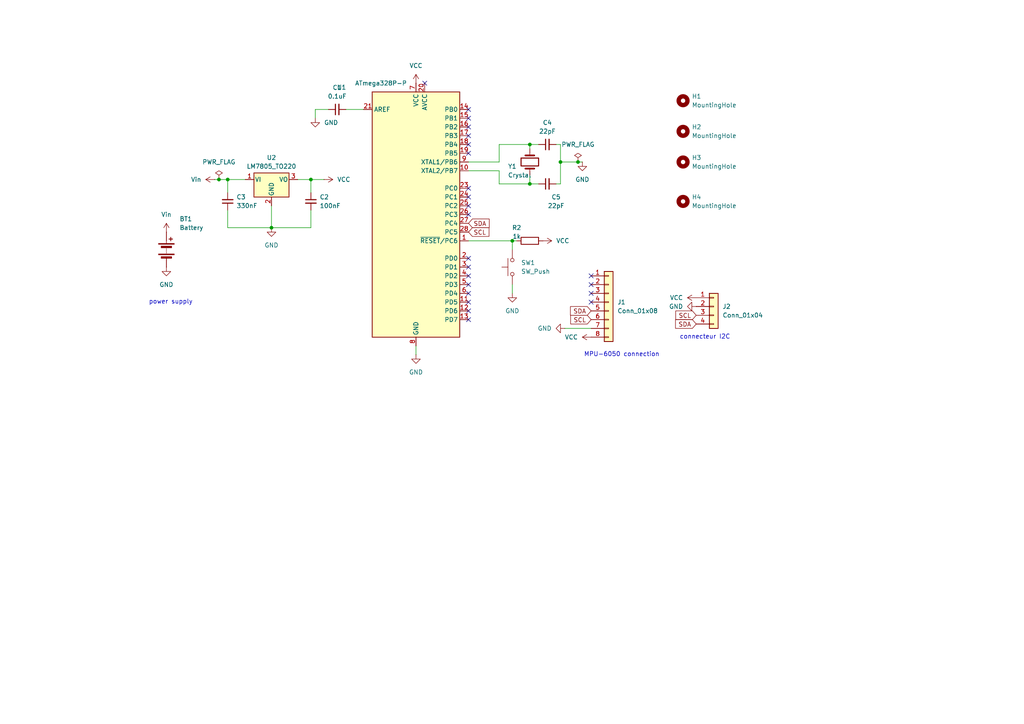
<source format=kicad_sch>
(kicad_sch
	(version 20250114)
	(generator "eeschema")
	(generator_version "9.0")
	(uuid "79be7ed3-e434-4ab8-b7e7-d2ac64774539")
	(paper "A4")
	(lib_symbols
		(symbol "Connector_Generic:Conn_01x04"
			(pin_names
				(offset 1.016)
				(hide yes)
			)
			(exclude_from_sim no)
			(in_bom yes)
			(on_board yes)
			(property "Reference" "J"
				(at 0 5.08 0)
				(effects
					(font
						(size 1.27 1.27)
					)
				)
			)
			(property "Value" "Conn_01x04"
				(at 0 -7.62 0)
				(effects
					(font
						(size 1.27 1.27)
					)
				)
			)
			(property "Footprint" ""
				(at 0 0 0)
				(effects
					(font
						(size 1.27 1.27)
					)
					(hide yes)
				)
			)
			(property "Datasheet" "~"
				(at 0 0 0)
				(effects
					(font
						(size 1.27 1.27)
					)
					(hide yes)
				)
			)
			(property "Description" "Generic connector, single row, 01x04, script generated (kicad-library-utils/schlib/autogen/connector/)"
				(at 0 0 0)
				(effects
					(font
						(size 1.27 1.27)
					)
					(hide yes)
				)
			)
			(property "ki_keywords" "connector"
				(at 0 0 0)
				(effects
					(font
						(size 1.27 1.27)
					)
					(hide yes)
				)
			)
			(property "ki_fp_filters" "Connector*:*_1x??_*"
				(at 0 0 0)
				(effects
					(font
						(size 1.27 1.27)
					)
					(hide yes)
				)
			)
			(symbol "Conn_01x04_1_1"
				(rectangle
					(start -1.27 3.81)
					(end 1.27 -6.35)
					(stroke
						(width 0.254)
						(type default)
					)
					(fill
						(type background)
					)
				)
				(rectangle
					(start -1.27 2.667)
					(end 0 2.413)
					(stroke
						(width 0.1524)
						(type default)
					)
					(fill
						(type none)
					)
				)
				(rectangle
					(start -1.27 0.127)
					(end 0 -0.127)
					(stroke
						(width 0.1524)
						(type default)
					)
					(fill
						(type none)
					)
				)
				(rectangle
					(start -1.27 -2.413)
					(end 0 -2.667)
					(stroke
						(width 0.1524)
						(type default)
					)
					(fill
						(type none)
					)
				)
				(rectangle
					(start -1.27 -4.953)
					(end 0 -5.207)
					(stroke
						(width 0.1524)
						(type default)
					)
					(fill
						(type none)
					)
				)
				(pin passive line
					(at -5.08 2.54 0)
					(length 3.81)
					(name "Pin_1"
						(effects
							(font
								(size 1.27 1.27)
							)
						)
					)
					(number "1"
						(effects
							(font
								(size 1.27 1.27)
							)
						)
					)
				)
				(pin passive line
					(at -5.08 0 0)
					(length 3.81)
					(name "Pin_2"
						(effects
							(font
								(size 1.27 1.27)
							)
						)
					)
					(number "2"
						(effects
							(font
								(size 1.27 1.27)
							)
						)
					)
				)
				(pin passive line
					(at -5.08 -2.54 0)
					(length 3.81)
					(name "Pin_3"
						(effects
							(font
								(size 1.27 1.27)
							)
						)
					)
					(number "3"
						(effects
							(font
								(size 1.27 1.27)
							)
						)
					)
				)
				(pin passive line
					(at -5.08 -5.08 0)
					(length 3.81)
					(name "Pin_4"
						(effects
							(font
								(size 1.27 1.27)
							)
						)
					)
					(number "4"
						(effects
							(font
								(size 1.27 1.27)
							)
						)
					)
				)
			)
			(embedded_fonts no)
		)
		(symbol "Connector_Generic:Conn_01x08"
			(pin_names
				(offset 1.016)
				(hide yes)
			)
			(exclude_from_sim no)
			(in_bom yes)
			(on_board yes)
			(property "Reference" "J"
				(at 0 10.16 0)
				(effects
					(font
						(size 1.27 1.27)
					)
				)
			)
			(property "Value" "Conn_01x08"
				(at 0 -12.7 0)
				(effects
					(font
						(size 1.27 1.27)
					)
				)
			)
			(property "Footprint" ""
				(at 0 0 0)
				(effects
					(font
						(size 1.27 1.27)
					)
					(hide yes)
				)
			)
			(property "Datasheet" "~"
				(at 0 0 0)
				(effects
					(font
						(size 1.27 1.27)
					)
					(hide yes)
				)
			)
			(property "Description" "Generic connector, single row, 01x08, script generated (kicad-library-utils/schlib/autogen/connector/)"
				(at 0 0 0)
				(effects
					(font
						(size 1.27 1.27)
					)
					(hide yes)
				)
			)
			(property "ki_keywords" "connector"
				(at 0 0 0)
				(effects
					(font
						(size 1.27 1.27)
					)
					(hide yes)
				)
			)
			(property "ki_fp_filters" "Connector*:*_1x??_*"
				(at 0 0 0)
				(effects
					(font
						(size 1.27 1.27)
					)
					(hide yes)
				)
			)
			(symbol "Conn_01x08_1_1"
				(rectangle
					(start -1.27 8.89)
					(end 1.27 -11.43)
					(stroke
						(width 0.254)
						(type default)
					)
					(fill
						(type background)
					)
				)
				(rectangle
					(start -1.27 7.747)
					(end 0 7.493)
					(stroke
						(width 0.1524)
						(type default)
					)
					(fill
						(type none)
					)
				)
				(rectangle
					(start -1.27 5.207)
					(end 0 4.953)
					(stroke
						(width 0.1524)
						(type default)
					)
					(fill
						(type none)
					)
				)
				(rectangle
					(start -1.27 2.667)
					(end 0 2.413)
					(stroke
						(width 0.1524)
						(type default)
					)
					(fill
						(type none)
					)
				)
				(rectangle
					(start -1.27 0.127)
					(end 0 -0.127)
					(stroke
						(width 0.1524)
						(type default)
					)
					(fill
						(type none)
					)
				)
				(rectangle
					(start -1.27 -2.413)
					(end 0 -2.667)
					(stroke
						(width 0.1524)
						(type default)
					)
					(fill
						(type none)
					)
				)
				(rectangle
					(start -1.27 -4.953)
					(end 0 -5.207)
					(stroke
						(width 0.1524)
						(type default)
					)
					(fill
						(type none)
					)
				)
				(rectangle
					(start -1.27 -7.493)
					(end 0 -7.747)
					(stroke
						(width 0.1524)
						(type default)
					)
					(fill
						(type none)
					)
				)
				(rectangle
					(start -1.27 -10.033)
					(end 0 -10.287)
					(stroke
						(width 0.1524)
						(type default)
					)
					(fill
						(type none)
					)
				)
				(pin passive line
					(at -5.08 7.62 0)
					(length 3.81)
					(name "Pin_1"
						(effects
							(font
								(size 1.27 1.27)
							)
						)
					)
					(number "1"
						(effects
							(font
								(size 1.27 1.27)
							)
						)
					)
				)
				(pin passive line
					(at -5.08 5.08 0)
					(length 3.81)
					(name "Pin_2"
						(effects
							(font
								(size 1.27 1.27)
							)
						)
					)
					(number "2"
						(effects
							(font
								(size 1.27 1.27)
							)
						)
					)
				)
				(pin passive line
					(at -5.08 2.54 0)
					(length 3.81)
					(name "Pin_3"
						(effects
							(font
								(size 1.27 1.27)
							)
						)
					)
					(number "3"
						(effects
							(font
								(size 1.27 1.27)
							)
						)
					)
				)
				(pin passive line
					(at -5.08 0 0)
					(length 3.81)
					(name "Pin_4"
						(effects
							(font
								(size 1.27 1.27)
							)
						)
					)
					(number "4"
						(effects
							(font
								(size 1.27 1.27)
							)
						)
					)
				)
				(pin passive line
					(at -5.08 -2.54 0)
					(length 3.81)
					(name "Pin_5"
						(effects
							(font
								(size 1.27 1.27)
							)
						)
					)
					(number "5"
						(effects
							(font
								(size 1.27 1.27)
							)
						)
					)
				)
				(pin passive line
					(at -5.08 -5.08 0)
					(length 3.81)
					(name "Pin_6"
						(effects
							(font
								(size 1.27 1.27)
							)
						)
					)
					(number "6"
						(effects
							(font
								(size 1.27 1.27)
							)
						)
					)
				)
				(pin passive line
					(at -5.08 -7.62 0)
					(length 3.81)
					(name "Pin_7"
						(effects
							(font
								(size 1.27 1.27)
							)
						)
					)
					(number "7"
						(effects
							(font
								(size 1.27 1.27)
							)
						)
					)
				)
				(pin passive line
					(at -5.08 -10.16 0)
					(length 3.81)
					(name "Pin_8"
						(effects
							(font
								(size 1.27 1.27)
							)
						)
					)
					(number "8"
						(effects
							(font
								(size 1.27 1.27)
							)
						)
					)
				)
			)
			(embedded_fonts no)
		)
		(symbol "Device:Battery"
			(pin_numbers
				(hide yes)
			)
			(pin_names
				(offset 0)
				(hide yes)
			)
			(exclude_from_sim no)
			(in_bom yes)
			(on_board yes)
			(property "Reference" "BT"
				(at 2.54 2.54 0)
				(effects
					(font
						(size 1.27 1.27)
					)
					(justify left)
				)
			)
			(property "Value" "Battery"
				(at 2.54 0 0)
				(effects
					(font
						(size 1.27 1.27)
					)
					(justify left)
				)
			)
			(property "Footprint" ""
				(at 0 1.524 90)
				(effects
					(font
						(size 1.27 1.27)
					)
					(hide yes)
				)
			)
			(property "Datasheet" "~"
				(at 0 1.524 90)
				(effects
					(font
						(size 1.27 1.27)
					)
					(hide yes)
				)
			)
			(property "Description" "Multiple-cell battery"
				(at 0 0 0)
				(effects
					(font
						(size 1.27 1.27)
					)
					(hide yes)
				)
			)
			(property "ki_keywords" "batt voltage-source cell"
				(at 0 0 0)
				(effects
					(font
						(size 1.27 1.27)
					)
					(hide yes)
				)
			)
			(symbol "Battery_0_1"
				(rectangle
					(start -2.286 1.778)
					(end 2.286 1.524)
					(stroke
						(width 0)
						(type default)
					)
					(fill
						(type outline)
					)
				)
				(rectangle
					(start -2.286 -1.27)
					(end 2.286 -1.524)
					(stroke
						(width 0)
						(type default)
					)
					(fill
						(type outline)
					)
				)
				(rectangle
					(start -1.524 1.016)
					(end 1.524 0.508)
					(stroke
						(width 0)
						(type default)
					)
					(fill
						(type outline)
					)
				)
				(rectangle
					(start -1.524 -2.032)
					(end 1.524 -2.54)
					(stroke
						(width 0)
						(type default)
					)
					(fill
						(type outline)
					)
				)
				(polyline
					(pts
						(xy 0 1.778) (xy 0 2.54)
					)
					(stroke
						(width 0)
						(type default)
					)
					(fill
						(type none)
					)
				)
				(polyline
					(pts
						(xy 0 0) (xy 0 0.254)
					)
					(stroke
						(width 0)
						(type default)
					)
					(fill
						(type none)
					)
				)
				(polyline
					(pts
						(xy 0 -0.508) (xy 0 -0.254)
					)
					(stroke
						(width 0)
						(type default)
					)
					(fill
						(type none)
					)
				)
				(polyline
					(pts
						(xy 0 -1.016) (xy 0 -0.762)
					)
					(stroke
						(width 0)
						(type default)
					)
					(fill
						(type none)
					)
				)
				(polyline
					(pts
						(xy 0.762 3.048) (xy 1.778 3.048)
					)
					(stroke
						(width 0.254)
						(type default)
					)
					(fill
						(type none)
					)
				)
				(polyline
					(pts
						(xy 1.27 3.556) (xy 1.27 2.54)
					)
					(stroke
						(width 0.254)
						(type default)
					)
					(fill
						(type none)
					)
				)
			)
			(symbol "Battery_1_1"
				(pin passive line
					(at 0 5.08 270)
					(length 2.54)
					(name "+"
						(effects
							(font
								(size 1.27 1.27)
							)
						)
					)
					(number "1"
						(effects
							(font
								(size 1.27 1.27)
							)
						)
					)
				)
				(pin passive line
					(at 0 -5.08 90)
					(length 2.54)
					(name "-"
						(effects
							(font
								(size 1.27 1.27)
							)
						)
					)
					(number "2"
						(effects
							(font
								(size 1.27 1.27)
							)
						)
					)
				)
			)
			(embedded_fonts no)
		)
		(symbol "Device:C_Small"
			(pin_numbers
				(hide yes)
			)
			(pin_names
				(offset 0.254)
				(hide yes)
			)
			(exclude_from_sim no)
			(in_bom yes)
			(on_board yes)
			(property "Reference" "C"
				(at 0.254 1.778 0)
				(effects
					(font
						(size 1.27 1.27)
					)
					(justify left)
				)
			)
			(property "Value" "C_Small"
				(at 0.254 -2.032 0)
				(effects
					(font
						(size 1.27 1.27)
					)
					(justify left)
				)
			)
			(property "Footprint" ""
				(at 0 0 0)
				(effects
					(font
						(size 1.27 1.27)
					)
					(hide yes)
				)
			)
			(property "Datasheet" "~"
				(at 0 0 0)
				(effects
					(font
						(size 1.27 1.27)
					)
					(hide yes)
				)
			)
			(property "Description" "Unpolarized capacitor, small symbol"
				(at 0 0 0)
				(effects
					(font
						(size 1.27 1.27)
					)
					(hide yes)
				)
			)
			(property "ki_keywords" "capacitor cap"
				(at 0 0 0)
				(effects
					(font
						(size 1.27 1.27)
					)
					(hide yes)
				)
			)
			(property "ki_fp_filters" "C_*"
				(at 0 0 0)
				(effects
					(font
						(size 1.27 1.27)
					)
					(hide yes)
				)
			)
			(symbol "C_Small_0_1"
				(polyline
					(pts
						(xy -1.524 0.508) (xy 1.524 0.508)
					)
					(stroke
						(width 0.3048)
						(type default)
					)
					(fill
						(type none)
					)
				)
				(polyline
					(pts
						(xy -1.524 -0.508) (xy 1.524 -0.508)
					)
					(stroke
						(width 0.3302)
						(type default)
					)
					(fill
						(type none)
					)
				)
			)
			(symbol "C_Small_1_1"
				(pin passive line
					(at 0 2.54 270)
					(length 2.032)
					(name "~"
						(effects
							(font
								(size 1.27 1.27)
							)
						)
					)
					(number "1"
						(effects
							(font
								(size 1.27 1.27)
							)
						)
					)
				)
				(pin passive line
					(at 0 -2.54 90)
					(length 2.032)
					(name "~"
						(effects
							(font
								(size 1.27 1.27)
							)
						)
					)
					(number "2"
						(effects
							(font
								(size 1.27 1.27)
							)
						)
					)
				)
			)
			(embedded_fonts no)
		)
		(symbol "Device:Crystal"
			(pin_numbers
				(hide yes)
			)
			(pin_names
				(offset 1.016)
				(hide yes)
			)
			(exclude_from_sim no)
			(in_bom yes)
			(on_board yes)
			(property "Reference" "Y"
				(at 0 3.81 0)
				(effects
					(font
						(size 1.27 1.27)
					)
				)
			)
			(property "Value" "Crystal"
				(at 0 -3.81 0)
				(effects
					(font
						(size 1.27 1.27)
					)
				)
			)
			(property "Footprint" ""
				(at 0 0 0)
				(effects
					(font
						(size 1.27 1.27)
					)
					(hide yes)
				)
			)
			(property "Datasheet" "~"
				(at 0 0 0)
				(effects
					(font
						(size 1.27 1.27)
					)
					(hide yes)
				)
			)
			(property "Description" "Two pin crystal"
				(at 0 0 0)
				(effects
					(font
						(size 1.27 1.27)
					)
					(hide yes)
				)
			)
			(property "ki_keywords" "quartz ceramic resonator oscillator"
				(at 0 0 0)
				(effects
					(font
						(size 1.27 1.27)
					)
					(hide yes)
				)
			)
			(property "ki_fp_filters" "Crystal*"
				(at 0 0 0)
				(effects
					(font
						(size 1.27 1.27)
					)
					(hide yes)
				)
			)
			(symbol "Crystal_0_1"
				(polyline
					(pts
						(xy -2.54 0) (xy -1.905 0)
					)
					(stroke
						(width 0)
						(type default)
					)
					(fill
						(type none)
					)
				)
				(polyline
					(pts
						(xy -1.905 -1.27) (xy -1.905 1.27)
					)
					(stroke
						(width 0.508)
						(type default)
					)
					(fill
						(type none)
					)
				)
				(rectangle
					(start -1.143 2.54)
					(end 1.143 -2.54)
					(stroke
						(width 0.3048)
						(type default)
					)
					(fill
						(type none)
					)
				)
				(polyline
					(pts
						(xy 1.905 -1.27) (xy 1.905 1.27)
					)
					(stroke
						(width 0.508)
						(type default)
					)
					(fill
						(type none)
					)
				)
				(polyline
					(pts
						(xy 2.54 0) (xy 1.905 0)
					)
					(stroke
						(width 0)
						(type default)
					)
					(fill
						(type none)
					)
				)
			)
			(symbol "Crystal_1_1"
				(pin passive line
					(at -3.81 0 0)
					(length 1.27)
					(name "1"
						(effects
							(font
								(size 1.27 1.27)
							)
						)
					)
					(number "1"
						(effects
							(font
								(size 1.27 1.27)
							)
						)
					)
				)
				(pin passive line
					(at 3.81 0 180)
					(length 1.27)
					(name "2"
						(effects
							(font
								(size 1.27 1.27)
							)
						)
					)
					(number "2"
						(effects
							(font
								(size 1.27 1.27)
							)
						)
					)
				)
			)
			(embedded_fonts no)
		)
		(symbol "Device:R"
			(pin_numbers
				(hide yes)
			)
			(pin_names
				(offset 0)
			)
			(exclude_from_sim no)
			(in_bom yes)
			(on_board yes)
			(property "Reference" "R"
				(at 2.032 0 90)
				(effects
					(font
						(size 1.27 1.27)
					)
				)
			)
			(property "Value" "R"
				(at 0 0 90)
				(effects
					(font
						(size 1.27 1.27)
					)
				)
			)
			(property "Footprint" ""
				(at -1.778 0 90)
				(effects
					(font
						(size 1.27 1.27)
					)
					(hide yes)
				)
			)
			(property "Datasheet" "~"
				(at 0 0 0)
				(effects
					(font
						(size 1.27 1.27)
					)
					(hide yes)
				)
			)
			(property "Description" "Resistor"
				(at 0 0 0)
				(effects
					(font
						(size 1.27 1.27)
					)
					(hide yes)
				)
			)
			(property "ki_keywords" "R res resistor"
				(at 0 0 0)
				(effects
					(font
						(size 1.27 1.27)
					)
					(hide yes)
				)
			)
			(property "ki_fp_filters" "R_*"
				(at 0 0 0)
				(effects
					(font
						(size 1.27 1.27)
					)
					(hide yes)
				)
			)
			(symbol "R_0_1"
				(rectangle
					(start -1.016 -2.54)
					(end 1.016 2.54)
					(stroke
						(width 0.254)
						(type default)
					)
					(fill
						(type none)
					)
				)
			)
			(symbol "R_1_1"
				(pin passive line
					(at 0 3.81 270)
					(length 1.27)
					(name "~"
						(effects
							(font
								(size 1.27 1.27)
							)
						)
					)
					(number "1"
						(effects
							(font
								(size 1.27 1.27)
							)
						)
					)
				)
				(pin passive line
					(at 0 -3.81 90)
					(length 1.27)
					(name "~"
						(effects
							(font
								(size 1.27 1.27)
							)
						)
					)
					(number "2"
						(effects
							(font
								(size 1.27 1.27)
							)
						)
					)
				)
			)
			(embedded_fonts no)
		)
		(symbol "MCU_Microchip_ATmega:ATmega328P-P"
			(exclude_from_sim no)
			(in_bom yes)
			(on_board yes)
			(property "Reference" "U"
				(at -12.7 36.83 0)
				(effects
					(font
						(size 1.27 1.27)
					)
					(justify left bottom)
				)
			)
			(property "Value" "ATmega328P-P"
				(at 2.54 -36.83 0)
				(effects
					(font
						(size 1.27 1.27)
					)
					(justify left top)
				)
			)
			(property "Footprint" "Package_DIP:DIP-28_W7.62mm"
				(at 0 0 0)
				(effects
					(font
						(size 1.27 1.27)
						(italic yes)
					)
					(hide yes)
				)
			)
			(property "Datasheet" "http://ww1.microchip.com/downloads/en/DeviceDoc/ATmega328_P%20AVR%20MCU%20with%20picoPower%20Technology%20Data%20Sheet%2040001984A.pdf"
				(at 0 0 0)
				(effects
					(font
						(size 1.27 1.27)
					)
					(hide yes)
				)
			)
			(property "Description" "20MHz, 32kB Flash, 2kB SRAM, 1kB EEPROM, DIP-28"
				(at 0 0 0)
				(effects
					(font
						(size 1.27 1.27)
					)
					(hide yes)
				)
			)
			(property "ki_keywords" "AVR 8bit Microcontroller MegaAVR PicoPower"
				(at 0 0 0)
				(effects
					(font
						(size 1.27 1.27)
					)
					(hide yes)
				)
			)
			(property "ki_fp_filters" "DIP*W7.62mm*"
				(at 0 0 0)
				(effects
					(font
						(size 1.27 1.27)
					)
					(hide yes)
				)
			)
			(symbol "ATmega328P-P_0_1"
				(rectangle
					(start -12.7 -35.56)
					(end 12.7 35.56)
					(stroke
						(width 0.254)
						(type default)
					)
					(fill
						(type background)
					)
				)
			)
			(symbol "ATmega328P-P_1_1"
				(pin passive line
					(at -15.24 30.48 0)
					(length 2.54)
					(name "AREF"
						(effects
							(font
								(size 1.27 1.27)
							)
						)
					)
					(number "21"
						(effects
							(font
								(size 1.27 1.27)
							)
						)
					)
				)
				(pin power_in line
					(at 0 38.1 270)
					(length 2.54)
					(name "VCC"
						(effects
							(font
								(size 1.27 1.27)
							)
						)
					)
					(number "7"
						(effects
							(font
								(size 1.27 1.27)
							)
						)
					)
				)
				(pin passive line
					(at 0 -38.1 90)
					(length 2.54)
					(hide yes)
					(name "GND"
						(effects
							(font
								(size 1.27 1.27)
							)
						)
					)
					(number "22"
						(effects
							(font
								(size 1.27 1.27)
							)
						)
					)
				)
				(pin power_in line
					(at 0 -38.1 90)
					(length 2.54)
					(name "GND"
						(effects
							(font
								(size 1.27 1.27)
							)
						)
					)
					(number "8"
						(effects
							(font
								(size 1.27 1.27)
							)
						)
					)
				)
				(pin power_in line
					(at 2.54 38.1 270)
					(length 2.54)
					(name "AVCC"
						(effects
							(font
								(size 1.27 1.27)
							)
						)
					)
					(number "20"
						(effects
							(font
								(size 1.27 1.27)
							)
						)
					)
				)
				(pin bidirectional line
					(at 15.24 30.48 180)
					(length 2.54)
					(name "PB0"
						(effects
							(font
								(size 1.27 1.27)
							)
						)
					)
					(number "14"
						(effects
							(font
								(size 1.27 1.27)
							)
						)
					)
				)
				(pin bidirectional line
					(at 15.24 27.94 180)
					(length 2.54)
					(name "PB1"
						(effects
							(font
								(size 1.27 1.27)
							)
						)
					)
					(number "15"
						(effects
							(font
								(size 1.27 1.27)
							)
						)
					)
				)
				(pin bidirectional line
					(at 15.24 25.4 180)
					(length 2.54)
					(name "PB2"
						(effects
							(font
								(size 1.27 1.27)
							)
						)
					)
					(number "16"
						(effects
							(font
								(size 1.27 1.27)
							)
						)
					)
				)
				(pin bidirectional line
					(at 15.24 22.86 180)
					(length 2.54)
					(name "PB3"
						(effects
							(font
								(size 1.27 1.27)
							)
						)
					)
					(number "17"
						(effects
							(font
								(size 1.27 1.27)
							)
						)
					)
				)
				(pin bidirectional line
					(at 15.24 20.32 180)
					(length 2.54)
					(name "PB4"
						(effects
							(font
								(size 1.27 1.27)
							)
						)
					)
					(number "18"
						(effects
							(font
								(size 1.27 1.27)
							)
						)
					)
				)
				(pin bidirectional line
					(at 15.24 17.78 180)
					(length 2.54)
					(name "PB5"
						(effects
							(font
								(size 1.27 1.27)
							)
						)
					)
					(number "19"
						(effects
							(font
								(size 1.27 1.27)
							)
						)
					)
				)
				(pin bidirectional line
					(at 15.24 15.24 180)
					(length 2.54)
					(name "XTAL1/PB6"
						(effects
							(font
								(size 1.27 1.27)
							)
						)
					)
					(number "9"
						(effects
							(font
								(size 1.27 1.27)
							)
						)
					)
				)
				(pin bidirectional line
					(at 15.24 12.7 180)
					(length 2.54)
					(name "XTAL2/PB7"
						(effects
							(font
								(size 1.27 1.27)
							)
						)
					)
					(number "10"
						(effects
							(font
								(size 1.27 1.27)
							)
						)
					)
				)
				(pin bidirectional line
					(at 15.24 7.62 180)
					(length 2.54)
					(name "PC0"
						(effects
							(font
								(size 1.27 1.27)
							)
						)
					)
					(number "23"
						(effects
							(font
								(size 1.27 1.27)
							)
						)
					)
				)
				(pin bidirectional line
					(at 15.24 5.08 180)
					(length 2.54)
					(name "PC1"
						(effects
							(font
								(size 1.27 1.27)
							)
						)
					)
					(number "24"
						(effects
							(font
								(size 1.27 1.27)
							)
						)
					)
				)
				(pin bidirectional line
					(at 15.24 2.54 180)
					(length 2.54)
					(name "PC2"
						(effects
							(font
								(size 1.27 1.27)
							)
						)
					)
					(number "25"
						(effects
							(font
								(size 1.27 1.27)
							)
						)
					)
				)
				(pin bidirectional line
					(at 15.24 0 180)
					(length 2.54)
					(name "PC3"
						(effects
							(font
								(size 1.27 1.27)
							)
						)
					)
					(number "26"
						(effects
							(font
								(size 1.27 1.27)
							)
						)
					)
				)
				(pin bidirectional line
					(at 15.24 -2.54 180)
					(length 2.54)
					(name "PC4"
						(effects
							(font
								(size 1.27 1.27)
							)
						)
					)
					(number "27"
						(effects
							(font
								(size 1.27 1.27)
							)
						)
					)
				)
				(pin bidirectional line
					(at 15.24 -5.08 180)
					(length 2.54)
					(name "PC5"
						(effects
							(font
								(size 1.27 1.27)
							)
						)
					)
					(number "28"
						(effects
							(font
								(size 1.27 1.27)
							)
						)
					)
				)
				(pin bidirectional line
					(at 15.24 -7.62 180)
					(length 2.54)
					(name "~{RESET}/PC6"
						(effects
							(font
								(size 1.27 1.27)
							)
						)
					)
					(number "1"
						(effects
							(font
								(size 1.27 1.27)
							)
						)
					)
				)
				(pin bidirectional line
					(at 15.24 -12.7 180)
					(length 2.54)
					(name "PD0"
						(effects
							(font
								(size 1.27 1.27)
							)
						)
					)
					(number "2"
						(effects
							(font
								(size 1.27 1.27)
							)
						)
					)
				)
				(pin bidirectional line
					(at 15.24 -15.24 180)
					(length 2.54)
					(name "PD1"
						(effects
							(font
								(size 1.27 1.27)
							)
						)
					)
					(number "3"
						(effects
							(font
								(size 1.27 1.27)
							)
						)
					)
				)
				(pin bidirectional line
					(at 15.24 -17.78 180)
					(length 2.54)
					(name "PD2"
						(effects
							(font
								(size 1.27 1.27)
							)
						)
					)
					(number "4"
						(effects
							(font
								(size 1.27 1.27)
							)
						)
					)
				)
				(pin bidirectional line
					(at 15.24 -20.32 180)
					(length 2.54)
					(name "PD3"
						(effects
							(font
								(size 1.27 1.27)
							)
						)
					)
					(number "5"
						(effects
							(font
								(size 1.27 1.27)
							)
						)
					)
				)
				(pin bidirectional line
					(at 15.24 -22.86 180)
					(length 2.54)
					(name "PD4"
						(effects
							(font
								(size 1.27 1.27)
							)
						)
					)
					(number "6"
						(effects
							(font
								(size 1.27 1.27)
							)
						)
					)
				)
				(pin bidirectional line
					(at 15.24 -25.4 180)
					(length 2.54)
					(name "PD5"
						(effects
							(font
								(size 1.27 1.27)
							)
						)
					)
					(number "11"
						(effects
							(font
								(size 1.27 1.27)
							)
						)
					)
				)
				(pin bidirectional line
					(at 15.24 -27.94 180)
					(length 2.54)
					(name "PD6"
						(effects
							(font
								(size 1.27 1.27)
							)
						)
					)
					(number "12"
						(effects
							(font
								(size 1.27 1.27)
							)
						)
					)
				)
				(pin bidirectional line
					(at 15.24 -30.48 180)
					(length 2.54)
					(name "PD7"
						(effects
							(font
								(size 1.27 1.27)
							)
						)
					)
					(number "13"
						(effects
							(font
								(size 1.27 1.27)
							)
						)
					)
				)
			)
			(embedded_fonts no)
		)
		(symbol "Mechanical:MountingHole"
			(pin_names
				(offset 1.016)
			)
			(exclude_from_sim no)
			(in_bom no)
			(on_board yes)
			(property "Reference" "H"
				(at 0 5.08 0)
				(effects
					(font
						(size 1.27 1.27)
					)
				)
			)
			(property "Value" "MountingHole"
				(at 0 3.175 0)
				(effects
					(font
						(size 1.27 1.27)
					)
				)
			)
			(property "Footprint" ""
				(at 0 0 0)
				(effects
					(font
						(size 1.27 1.27)
					)
					(hide yes)
				)
			)
			(property "Datasheet" "~"
				(at 0 0 0)
				(effects
					(font
						(size 1.27 1.27)
					)
					(hide yes)
				)
			)
			(property "Description" "Mounting Hole without connection"
				(at 0 0 0)
				(effects
					(font
						(size 1.27 1.27)
					)
					(hide yes)
				)
			)
			(property "ki_keywords" "mounting hole"
				(at 0 0 0)
				(effects
					(font
						(size 1.27 1.27)
					)
					(hide yes)
				)
			)
			(property "ki_fp_filters" "MountingHole*"
				(at 0 0 0)
				(effects
					(font
						(size 1.27 1.27)
					)
					(hide yes)
				)
			)
			(symbol "MountingHole_0_1"
				(circle
					(center 0 0)
					(radius 1.27)
					(stroke
						(width 1.27)
						(type default)
					)
					(fill
						(type none)
					)
				)
			)
			(embedded_fonts no)
		)
		(symbol "Regulator_Linear:LM7805_TO220"
			(pin_names
				(offset 0.254)
			)
			(exclude_from_sim no)
			(in_bom yes)
			(on_board yes)
			(property "Reference" "U"
				(at -3.81 3.175 0)
				(effects
					(font
						(size 1.27 1.27)
					)
				)
			)
			(property "Value" "LM7805_TO220"
				(at 0 3.175 0)
				(effects
					(font
						(size 1.27 1.27)
					)
					(justify left)
				)
			)
			(property "Footprint" "Package_TO_SOT_THT:TO-220-3_Vertical"
				(at 0 5.715 0)
				(effects
					(font
						(size 1.27 1.27)
						(italic yes)
					)
					(hide yes)
				)
			)
			(property "Datasheet" "https://www.onsemi.cn/PowerSolutions/document/MC7800-D.PDF"
				(at 0 -1.27 0)
				(effects
					(font
						(size 1.27 1.27)
					)
					(hide yes)
				)
			)
			(property "Description" "Positive 1A 35V Linear Regulator, Fixed Output 5V, TO-220"
				(at 0 0 0)
				(effects
					(font
						(size 1.27 1.27)
					)
					(hide yes)
				)
			)
			(property "ki_keywords" "Voltage Regulator 1A Positive"
				(at 0 0 0)
				(effects
					(font
						(size 1.27 1.27)
					)
					(hide yes)
				)
			)
			(property "ki_fp_filters" "TO?220*"
				(at 0 0 0)
				(effects
					(font
						(size 1.27 1.27)
					)
					(hide yes)
				)
			)
			(symbol "LM7805_TO220_0_1"
				(rectangle
					(start -5.08 1.905)
					(end 5.08 -5.08)
					(stroke
						(width 0.254)
						(type default)
					)
					(fill
						(type background)
					)
				)
			)
			(symbol "LM7805_TO220_1_1"
				(pin power_in line
					(at -7.62 0 0)
					(length 2.54)
					(name "VI"
						(effects
							(font
								(size 1.27 1.27)
							)
						)
					)
					(number "1"
						(effects
							(font
								(size 1.27 1.27)
							)
						)
					)
				)
				(pin power_in line
					(at 0 -7.62 90)
					(length 2.54)
					(name "GND"
						(effects
							(font
								(size 1.27 1.27)
							)
						)
					)
					(number "2"
						(effects
							(font
								(size 1.27 1.27)
							)
						)
					)
				)
				(pin power_out line
					(at 7.62 0 180)
					(length 2.54)
					(name "VO"
						(effects
							(font
								(size 1.27 1.27)
							)
						)
					)
					(number "3"
						(effects
							(font
								(size 1.27 1.27)
							)
						)
					)
				)
			)
			(embedded_fonts no)
		)
		(symbol "Switch:SW_Push"
			(pin_numbers
				(hide yes)
			)
			(pin_names
				(offset 1.016)
				(hide yes)
			)
			(exclude_from_sim no)
			(in_bom yes)
			(on_board yes)
			(property "Reference" "SW"
				(at 1.27 2.54 0)
				(effects
					(font
						(size 1.27 1.27)
					)
					(justify left)
				)
			)
			(property "Value" "SW_Push"
				(at 0 -1.524 0)
				(effects
					(font
						(size 1.27 1.27)
					)
				)
			)
			(property "Footprint" ""
				(at 0 5.08 0)
				(effects
					(font
						(size 1.27 1.27)
					)
					(hide yes)
				)
			)
			(property "Datasheet" "~"
				(at 0 5.08 0)
				(effects
					(font
						(size 1.27 1.27)
					)
					(hide yes)
				)
			)
			(property "Description" "Push button switch, generic, two pins"
				(at 0 0 0)
				(effects
					(font
						(size 1.27 1.27)
					)
					(hide yes)
				)
			)
			(property "ki_keywords" "switch normally-open pushbutton push-button"
				(at 0 0 0)
				(effects
					(font
						(size 1.27 1.27)
					)
					(hide yes)
				)
			)
			(symbol "SW_Push_0_1"
				(circle
					(center -2.032 0)
					(radius 0.508)
					(stroke
						(width 0)
						(type default)
					)
					(fill
						(type none)
					)
				)
				(polyline
					(pts
						(xy 0 1.27) (xy 0 3.048)
					)
					(stroke
						(width 0)
						(type default)
					)
					(fill
						(type none)
					)
				)
				(circle
					(center 2.032 0)
					(radius 0.508)
					(stroke
						(width 0)
						(type default)
					)
					(fill
						(type none)
					)
				)
				(polyline
					(pts
						(xy 2.54 1.27) (xy -2.54 1.27)
					)
					(stroke
						(width 0)
						(type default)
					)
					(fill
						(type none)
					)
				)
				(pin passive line
					(at -5.08 0 0)
					(length 2.54)
					(name "1"
						(effects
							(font
								(size 1.27 1.27)
							)
						)
					)
					(number "1"
						(effects
							(font
								(size 1.27 1.27)
							)
						)
					)
				)
				(pin passive line
					(at 5.08 0 180)
					(length 2.54)
					(name "2"
						(effects
							(font
								(size 1.27 1.27)
							)
						)
					)
					(number "2"
						(effects
							(font
								(size 1.27 1.27)
							)
						)
					)
				)
			)
			(embedded_fonts no)
		)
		(symbol "power:+5V"
			(power)
			(pin_numbers
				(hide yes)
			)
			(pin_names
				(offset 0)
				(hide yes)
			)
			(exclude_from_sim no)
			(in_bom yes)
			(on_board yes)
			(property "Reference" "#PWR"
				(at 0 -3.81 0)
				(effects
					(font
						(size 1.27 1.27)
					)
					(hide yes)
				)
			)
			(property "Value" "+5V"
				(at 0 3.556 0)
				(effects
					(font
						(size 1.27 1.27)
					)
				)
			)
			(property "Footprint" ""
				(at 0 0 0)
				(effects
					(font
						(size 1.27 1.27)
					)
					(hide yes)
				)
			)
			(property "Datasheet" ""
				(at 0 0 0)
				(effects
					(font
						(size 1.27 1.27)
					)
					(hide yes)
				)
			)
			(property "Description" "Power symbol creates a global label with name \"+5V\""
				(at 0 0 0)
				(effects
					(font
						(size 1.27 1.27)
					)
					(hide yes)
				)
			)
			(property "ki_keywords" "global power"
				(at 0 0 0)
				(effects
					(font
						(size 1.27 1.27)
					)
					(hide yes)
				)
			)
			(symbol "+5V_0_1"
				(polyline
					(pts
						(xy -0.762 1.27) (xy 0 2.54)
					)
					(stroke
						(width 0)
						(type default)
					)
					(fill
						(type none)
					)
				)
				(polyline
					(pts
						(xy 0 2.54) (xy 0.762 1.27)
					)
					(stroke
						(width 0)
						(type default)
					)
					(fill
						(type none)
					)
				)
				(polyline
					(pts
						(xy 0 0) (xy 0 2.54)
					)
					(stroke
						(width 0)
						(type default)
					)
					(fill
						(type none)
					)
				)
			)
			(symbol "+5V_1_1"
				(pin power_in line
					(at 0 0 90)
					(length 0)
					(name "~"
						(effects
							(font
								(size 1.27 1.27)
							)
						)
					)
					(number "1"
						(effects
							(font
								(size 1.27 1.27)
							)
						)
					)
				)
			)
			(embedded_fonts no)
		)
		(symbol "power:GND"
			(power)
			(pin_numbers
				(hide yes)
			)
			(pin_names
				(offset 0)
				(hide yes)
			)
			(exclude_from_sim no)
			(in_bom yes)
			(on_board yes)
			(property "Reference" "#PWR"
				(at 0 -6.35 0)
				(effects
					(font
						(size 1.27 1.27)
					)
					(hide yes)
				)
			)
			(property "Value" "GND"
				(at 0 -3.81 0)
				(effects
					(font
						(size 1.27 1.27)
					)
				)
			)
			(property "Footprint" ""
				(at 0 0 0)
				(effects
					(font
						(size 1.27 1.27)
					)
					(hide yes)
				)
			)
			(property "Datasheet" ""
				(at 0 0 0)
				(effects
					(font
						(size 1.27 1.27)
					)
					(hide yes)
				)
			)
			(property "Description" "Power symbol creates a global label with name \"GND\" , ground"
				(at 0 0 0)
				(effects
					(font
						(size 1.27 1.27)
					)
					(hide yes)
				)
			)
			(property "ki_keywords" "global power"
				(at 0 0 0)
				(effects
					(font
						(size 1.27 1.27)
					)
					(hide yes)
				)
			)
			(symbol "GND_0_1"
				(polyline
					(pts
						(xy 0 0) (xy 0 -1.27) (xy 1.27 -1.27) (xy 0 -2.54) (xy -1.27 -1.27) (xy 0 -1.27)
					)
					(stroke
						(width 0)
						(type default)
					)
					(fill
						(type none)
					)
				)
			)
			(symbol "GND_1_1"
				(pin power_in line
					(at 0 0 270)
					(length 0)
					(name "~"
						(effects
							(font
								(size 1.27 1.27)
							)
						)
					)
					(number "1"
						(effects
							(font
								(size 1.27 1.27)
							)
						)
					)
				)
			)
			(embedded_fonts no)
		)
		(symbol "power:PWR_FLAG"
			(power)
			(pin_numbers
				(hide yes)
			)
			(pin_names
				(offset 0)
				(hide yes)
			)
			(exclude_from_sim no)
			(in_bom yes)
			(on_board yes)
			(property "Reference" "#FLG"
				(at 0 1.905 0)
				(effects
					(font
						(size 1.27 1.27)
					)
					(hide yes)
				)
			)
			(property "Value" "PWR_FLAG"
				(at 0 3.81 0)
				(effects
					(font
						(size 1.27 1.27)
					)
				)
			)
			(property "Footprint" ""
				(at 0 0 0)
				(effects
					(font
						(size 1.27 1.27)
					)
					(hide yes)
				)
			)
			(property "Datasheet" "~"
				(at 0 0 0)
				(effects
					(font
						(size 1.27 1.27)
					)
					(hide yes)
				)
			)
			(property "Description" "Special symbol for telling ERC where power comes from"
				(at 0 0 0)
				(effects
					(font
						(size 1.27 1.27)
					)
					(hide yes)
				)
			)
			(property "ki_keywords" "flag power"
				(at 0 0 0)
				(effects
					(font
						(size 1.27 1.27)
					)
					(hide yes)
				)
			)
			(symbol "PWR_FLAG_0_0"
				(pin power_out line
					(at 0 0 90)
					(length 0)
					(name "~"
						(effects
							(font
								(size 1.27 1.27)
							)
						)
					)
					(number "1"
						(effects
							(font
								(size 1.27 1.27)
							)
						)
					)
				)
			)
			(symbol "PWR_FLAG_0_1"
				(polyline
					(pts
						(xy 0 0) (xy 0 1.27) (xy -1.016 1.905) (xy 0 2.54) (xy 1.016 1.905) (xy 0 1.27)
					)
					(stroke
						(width 0)
						(type default)
					)
					(fill
						(type none)
					)
				)
			)
			(embedded_fonts no)
		)
		(symbol "power:VCC"
			(power)
			(pin_numbers
				(hide yes)
			)
			(pin_names
				(offset 0)
				(hide yes)
			)
			(exclude_from_sim no)
			(in_bom yes)
			(on_board yes)
			(property "Reference" "#PWR"
				(at 0 -3.81 0)
				(effects
					(font
						(size 1.27 1.27)
					)
					(hide yes)
				)
			)
			(property "Value" "VCC"
				(at 0 3.556 0)
				(effects
					(font
						(size 1.27 1.27)
					)
				)
			)
			(property "Footprint" ""
				(at 0 0 0)
				(effects
					(font
						(size 1.27 1.27)
					)
					(hide yes)
				)
			)
			(property "Datasheet" ""
				(at 0 0 0)
				(effects
					(font
						(size 1.27 1.27)
					)
					(hide yes)
				)
			)
			(property "Description" "Power symbol creates a global label with name \"VCC\""
				(at 0 0 0)
				(effects
					(font
						(size 1.27 1.27)
					)
					(hide yes)
				)
			)
			(property "ki_keywords" "global power"
				(at 0 0 0)
				(effects
					(font
						(size 1.27 1.27)
					)
					(hide yes)
				)
			)
			(symbol "VCC_0_1"
				(polyline
					(pts
						(xy -0.762 1.27) (xy 0 2.54)
					)
					(stroke
						(width 0)
						(type default)
					)
					(fill
						(type none)
					)
				)
				(polyline
					(pts
						(xy 0 2.54) (xy 0.762 1.27)
					)
					(stroke
						(width 0)
						(type default)
					)
					(fill
						(type none)
					)
				)
				(polyline
					(pts
						(xy 0 0) (xy 0 2.54)
					)
					(stroke
						(width 0)
						(type default)
					)
					(fill
						(type none)
					)
				)
			)
			(symbol "VCC_1_1"
				(pin power_in line
					(at 0 0 90)
					(length 0)
					(name "~"
						(effects
							(font
								(size 1.27 1.27)
							)
						)
					)
					(number "1"
						(effects
							(font
								(size 1.27 1.27)
							)
						)
					)
				)
			)
			(embedded_fonts no)
		)
	)
	(text "MPU-6050 connection"
		(exclude_from_sim no)
		(at 180.34 102.87 0)
		(effects
			(font
				(size 1.27 1.27)
			)
		)
		(uuid "894c6426-dc41-40fc-86f0-301c214b8958")
	)
	(text "connecteur I2C"
		(exclude_from_sim no)
		(at 204.47 97.79 0)
		(effects
			(font
				(size 1.27 1.27)
			)
		)
		(uuid "ad634e28-d1cc-46bb-9528-f6cd0b6081fa")
	)
	(text "power supply"
		(exclude_from_sim no)
		(at 49.53 87.63 0)
		(effects
			(font
				(size 1.27 1.27)
			)
		)
		(uuid "e1a6824d-3955-49c1-ba46-a820159b7c91")
	)
	(junction
		(at 167.64 46.99)
		(diameter 0)
		(color 0 0 0 0)
		(uuid "3f4bf16b-8051-4d9c-b6cd-0e0a80821c08")
	)
	(junction
		(at 90.17 52.07)
		(diameter 0)
		(color 0 0 0 0)
		(uuid "4d91190f-98f4-4590-be86-380f277995a6")
	)
	(junction
		(at 66.04 52.07)
		(diameter 0)
		(color 0 0 0 0)
		(uuid "72b2d5d6-c8a1-4369-b371-306714196a0c")
	)
	(junction
		(at 63.5 52.07)
		(diameter 0)
		(color 0 0 0 0)
		(uuid "824af6b1-7ee4-4da0-b010-5a78284473dc")
	)
	(junction
		(at 148.59 69.85)
		(diameter 0)
		(color 0 0 0 0)
		(uuid "8c2b18cb-5485-4be1-945d-015bca379a5e")
	)
	(junction
		(at 162.56 46.99)
		(diameter 0)
		(color 0 0 0 0)
		(uuid "99bbca96-63ed-4c51-a2f6-747377dd04d0")
	)
	(junction
		(at 153.67 53.34)
		(diameter 0)
		(color 0 0 0 0)
		(uuid "a73452cb-5904-4566-8688-5dd1dbf430f4")
	)
	(junction
		(at 153.67 41.91)
		(diameter 0)
		(color 0 0 0 0)
		(uuid "ce394a96-5c1e-4ee3-b7ec-336c89604a1e")
	)
	(junction
		(at 78.74 66.04)
		(diameter 0)
		(color 0 0 0 0)
		(uuid "fe64d1a3-8351-408a-bf5e-df435f3308f1")
	)
	(no_connect
		(at 135.89 34.29)
		(uuid "13758090-7c0a-409f-b94a-1a9f94f1c695")
	)
	(no_connect
		(at 135.89 82.55)
		(uuid "1d805989-32d2-45a5-94ca-a2c4640e6dbf")
	)
	(no_connect
		(at 135.89 44.45)
		(uuid "1fd73a59-2d50-4e9b-a895-9841f8dd2e3f")
	)
	(no_connect
		(at 135.89 87.63)
		(uuid "22e46e7c-a61d-4432-88d5-8669b9c7a4a0")
	)
	(no_connect
		(at 135.89 57.15)
		(uuid "2f0bc5a9-a9e5-41c4-a688-0a2431af3861")
	)
	(no_connect
		(at 171.45 82.55)
		(uuid "33b62078-a55e-40bc-b55e-426168466415")
	)
	(no_connect
		(at 135.89 54.61)
		(uuid "425e10fe-38f6-43b5-8e76-ddd7656dd1ac")
	)
	(no_connect
		(at 135.89 92.71)
		(uuid "5042139d-10aa-4403-89ff-83aa7a708e4c")
	)
	(no_connect
		(at 171.45 87.63)
		(uuid "5c80755a-4fa6-4322-9fa1-28e89e71f7ad")
	)
	(no_connect
		(at 135.89 85.09)
		(uuid "70728d9b-d46f-4a38-83a1-6ea2ab30c1c8")
	)
	(no_connect
		(at 171.45 85.09)
		(uuid "72b7dcf1-44f3-4c5c-b6bc-7bd657cdf557")
	)
	(no_connect
		(at 135.89 39.37)
		(uuid "76b79cca-1f48-495d-8c3e-0593d63a44c8")
	)
	(no_connect
		(at 135.89 41.91)
		(uuid "84547f97-32ff-4431-815a-75eed91ef100")
	)
	(no_connect
		(at 135.89 90.17)
		(uuid "8b7644fa-6fa0-4559-926b-bfb7ea814d38")
	)
	(no_connect
		(at 123.19 24.13)
		(uuid "b1cb3ba4-138c-4199-9a1b-97ff657a2a0c")
	)
	(no_connect
		(at 135.89 31.75)
		(uuid "b300063a-e1d1-4a95-87fd-2c68f5f0749b")
	)
	(no_connect
		(at 135.89 59.69)
		(uuid "b6e143f1-4e92-4cac-9d26-b8deb3d01afb")
	)
	(no_connect
		(at 135.89 62.23)
		(uuid "b725368b-2a10-4754-a0e3-2d837e0a1a8f")
	)
	(no_connect
		(at 135.89 80.01)
		(uuid "b8f7f174-9bea-4317-8c38-53c9b738eef4")
	)
	(no_connect
		(at 135.89 74.93)
		(uuid "cfbea063-8471-482c-9313-02b02d9c0a8d")
	)
	(no_connect
		(at 135.89 77.47)
		(uuid "d614ed63-5906-4c97-9774-fdcdb8d05aa2")
	)
	(no_connect
		(at 171.45 80.01)
		(uuid "f28a7818-9082-4034-a30c-524bd3e19d56")
	)
	(no_connect
		(at 135.89 36.83)
		(uuid "fea7574a-b128-445c-acb3-e3df69241199")
	)
	(wire
		(pts
			(xy 167.64 46.99) (xy 168.91 46.99)
		)
		(stroke
			(width 0)
			(type default)
		)
		(uuid "0e278695-fc41-45ae-a567-5ace32d03cc2")
	)
	(wire
		(pts
			(xy 163.83 95.25) (xy 171.45 95.25)
		)
		(stroke
			(width 0)
			(type default)
		)
		(uuid "2525b28c-6e57-4ca0-a0b4-3481f00117a4")
	)
	(wire
		(pts
			(xy 66.04 60.96) (xy 66.04 66.04)
		)
		(stroke
			(width 0)
			(type default)
		)
		(uuid "25a9dd70-a6bb-4dc5-97d2-5acfd1b48fa0")
	)
	(wire
		(pts
			(xy 162.56 53.34) (xy 161.29 53.34)
		)
		(stroke
			(width 0)
			(type default)
		)
		(uuid "2758f06a-d383-44a1-a473-3cb4ad9ae45d")
	)
	(wire
		(pts
			(xy 144.78 53.34) (xy 153.67 53.34)
		)
		(stroke
			(width 0)
			(type default)
		)
		(uuid "27bcc071-a55f-441c-90c2-7a2406597485")
	)
	(wire
		(pts
			(xy 162.56 46.99) (xy 162.56 53.34)
		)
		(stroke
			(width 0)
			(type default)
		)
		(uuid "2a45125b-6120-45d6-9017-52c6165a2397")
	)
	(wire
		(pts
			(xy 162.56 46.99) (xy 167.64 46.99)
		)
		(stroke
			(width 0)
			(type default)
		)
		(uuid "2a7b0c2b-4466-4613-b272-bad05d36442d")
	)
	(wire
		(pts
			(xy 78.74 59.69) (xy 78.74 66.04)
		)
		(stroke
			(width 0)
			(type default)
		)
		(uuid "2fa67959-94a2-4c62-9d83-534a0510d210")
	)
	(wire
		(pts
			(xy 148.59 82.55) (xy 148.59 85.09)
		)
		(stroke
			(width 0)
			(type default)
		)
		(uuid "35e09ee3-b021-4593-9726-7639db65e171")
	)
	(wire
		(pts
			(xy 153.67 41.91) (xy 153.67 43.18)
		)
		(stroke
			(width 0)
			(type default)
		)
		(uuid "41f588e1-8600-46f6-95b2-c68bb2d4110e")
	)
	(wire
		(pts
			(xy 90.17 52.07) (xy 90.17 55.88)
		)
		(stroke
			(width 0)
			(type default)
		)
		(uuid "4da8f4ea-b557-44a4-a65b-30978378edc0")
	)
	(wire
		(pts
			(xy 135.89 46.99) (xy 144.78 46.99)
		)
		(stroke
			(width 0)
			(type default)
		)
		(uuid "5dbd8775-4666-461b-acdb-04fbebcdbe5f")
	)
	(wire
		(pts
			(xy 62.23 52.07) (xy 63.5 52.07)
		)
		(stroke
			(width 0)
			(type default)
		)
		(uuid "5e0edbd2-4520-43d9-a690-00e0ac9bd0ea")
	)
	(wire
		(pts
			(xy 91.44 31.75) (xy 95.25 31.75)
		)
		(stroke
			(width 0)
			(type default)
		)
		(uuid "5ffb22ff-e308-41b2-b657-ce654643ba4a")
	)
	(wire
		(pts
			(xy 153.67 53.34) (xy 156.21 53.34)
		)
		(stroke
			(width 0)
			(type default)
		)
		(uuid "60f185b3-4a71-4c31-9f79-5294c4d37ff5")
	)
	(wire
		(pts
			(xy 93.98 52.07) (xy 90.17 52.07)
		)
		(stroke
			(width 0)
			(type default)
		)
		(uuid "66c9624e-251c-4dca-9348-616494bf1141")
	)
	(wire
		(pts
			(xy 66.04 66.04) (xy 78.74 66.04)
		)
		(stroke
			(width 0)
			(type default)
		)
		(uuid "76f86904-6a63-454c-a89f-e58f026f5de0")
	)
	(wire
		(pts
			(xy 120.65 100.33) (xy 120.65 102.87)
		)
		(stroke
			(width 0)
			(type default)
		)
		(uuid "7d634f29-6009-435f-9cf0-76d986ec28f5")
	)
	(wire
		(pts
			(xy 100.33 31.75) (xy 105.41 31.75)
		)
		(stroke
			(width 0)
			(type default)
		)
		(uuid "86bc3839-8bb8-4bab-830d-181cd1bb2026")
	)
	(wire
		(pts
			(xy 86.36 52.07) (xy 90.17 52.07)
		)
		(stroke
			(width 0)
			(type default)
		)
		(uuid "99ef5756-ba53-4b4e-bdf3-3c901514577c")
	)
	(wire
		(pts
			(xy 153.67 50.8) (xy 153.67 53.34)
		)
		(stroke
			(width 0)
			(type default)
		)
		(uuid "9d75ba60-291e-405a-a013-2e7f2cf3f09a")
	)
	(wire
		(pts
			(xy 144.78 41.91) (xy 144.78 46.99)
		)
		(stroke
			(width 0)
			(type default)
		)
		(uuid "a2c88b74-a983-4223-b0d9-bc85031c2588")
	)
	(wire
		(pts
			(xy 148.59 69.85) (xy 149.86 69.85)
		)
		(stroke
			(width 0)
			(type default)
		)
		(uuid "a8491b90-d145-4544-8ba6-4131b2e72f39")
	)
	(wire
		(pts
			(xy 66.04 52.07) (xy 66.04 55.88)
		)
		(stroke
			(width 0)
			(type default)
		)
		(uuid "b0bf6073-a56d-4edc-9d49-88853befb795")
	)
	(wire
		(pts
			(xy 91.44 34.29) (xy 91.44 31.75)
		)
		(stroke
			(width 0)
			(type default)
		)
		(uuid "b13ed205-f89b-468e-a937-0fee095d76d4")
	)
	(wire
		(pts
			(xy 66.04 52.07) (xy 71.12 52.07)
		)
		(stroke
			(width 0)
			(type default)
		)
		(uuid "c29982df-ffd9-4a4f-b460-4a2aa5a188c3")
	)
	(wire
		(pts
			(xy 135.89 69.85) (xy 148.59 69.85)
		)
		(stroke
			(width 0)
			(type default)
		)
		(uuid "c4ce21da-268a-423a-a9b4-d10cde8e2496")
	)
	(wire
		(pts
			(xy 144.78 49.53) (xy 144.78 53.34)
		)
		(stroke
			(width 0)
			(type default)
		)
		(uuid "c7f4a1a4-db0a-4de7-92e2-faa103586d07")
	)
	(wire
		(pts
			(xy 90.17 66.04) (xy 78.74 66.04)
		)
		(stroke
			(width 0)
			(type default)
		)
		(uuid "cb84c76c-c31f-41e0-8411-1f7808d740ba")
	)
	(wire
		(pts
			(xy 161.29 41.91) (xy 162.56 41.91)
		)
		(stroke
			(width 0)
			(type default)
		)
		(uuid "dae4942c-a2f4-4e1d-aee9-8202f60c2ab6")
	)
	(wire
		(pts
			(xy 148.59 69.85) (xy 148.59 72.39)
		)
		(stroke
			(width 0)
			(type default)
		)
		(uuid "df70254b-6869-4a97-9560-0530de74a59b")
	)
	(wire
		(pts
			(xy 135.89 49.53) (xy 144.78 49.53)
		)
		(stroke
			(width 0)
			(type default)
		)
		(uuid "df77839b-e9c8-469e-aab4-681b53e1b516")
	)
	(wire
		(pts
			(xy 90.17 60.96) (xy 90.17 66.04)
		)
		(stroke
			(width 0)
			(type default)
		)
		(uuid "e01d281f-5122-4e9f-9dfb-d618757c5329")
	)
	(wire
		(pts
			(xy 144.78 41.91) (xy 153.67 41.91)
		)
		(stroke
			(width 0)
			(type default)
		)
		(uuid "e0e3520f-14a3-4a76-946f-c50e68b51f3d")
	)
	(wire
		(pts
			(xy 153.67 41.91) (xy 156.21 41.91)
		)
		(stroke
			(width 0)
			(type default)
		)
		(uuid "f6cf8e55-e662-4e0a-93e0-586bfb8ed336")
	)
	(wire
		(pts
			(xy 63.5 52.07) (xy 66.04 52.07)
		)
		(stroke
			(width 0)
			(type default)
		)
		(uuid "f7ca1178-5932-4753-84d3-d3a4315be8be")
	)
	(wire
		(pts
			(xy 162.56 41.91) (xy 162.56 46.99)
		)
		(stroke
			(width 0)
			(type default)
		)
		(uuid "f82fccbb-f03c-46c6-b40d-af80e5564d69")
	)
	(global_label "SDA"
		(shape input)
		(at 171.45 90.17 180)
		(fields_autoplaced yes)
		(effects
			(font
				(size 1.27 1.27)
			)
			(justify right)
		)
		(uuid "03c9ebf5-877d-4090-9a39-6dfdb7130d3f")
		(property "Intersheetrefs" "${INTERSHEET_REFS}"
			(at 164.8967 90.17 0)
			(effects
				(font
					(size 1.27 1.27)
				)
				(justify right)
				(hide yes)
			)
		)
	)
	(global_label "SCL"
		(shape input)
		(at 201.93 91.44 180)
		(fields_autoplaced yes)
		(effects
			(font
				(size 1.27 1.27)
			)
			(justify right)
		)
		(uuid "64a19774-9842-449a-b11a-7c057d74e140")
		(property "Intersheetrefs" "${INTERSHEET_REFS}"
			(at 195.4372 91.44 0)
			(effects
				(font
					(size 1.27 1.27)
				)
				(justify right)
				(hide yes)
			)
		)
	)
	(global_label "SDA"
		(shape input)
		(at 201.93 93.98 180)
		(fields_autoplaced yes)
		(effects
			(font
				(size 1.27 1.27)
			)
			(justify right)
		)
		(uuid "8581d711-4413-4329-a726-ef03aefd19f7")
		(property "Intersheetrefs" "${INTERSHEET_REFS}"
			(at 195.3767 93.98 0)
			(effects
				(font
					(size 1.27 1.27)
				)
				(justify right)
				(hide yes)
			)
		)
	)
	(global_label "SDA"
		(shape input)
		(at 135.89 64.77 0)
		(fields_autoplaced yes)
		(effects
			(font
				(size 1.27 1.27)
			)
			(justify left)
		)
		(uuid "94da735c-87b4-49ee-8570-fee39473a21d")
		(property "Intersheetrefs" "${INTERSHEET_REFS}"
			(at 142.4433 64.77 0)
			(effects
				(font
					(size 1.27 1.27)
				)
				(justify left)
				(hide yes)
			)
		)
	)
	(global_label "SCL"
		(shape input)
		(at 171.45 92.71 180)
		(fields_autoplaced yes)
		(effects
			(font
				(size 1.27 1.27)
			)
			(justify right)
		)
		(uuid "b5017d00-aa9e-488a-a68b-3350c307cd97")
		(property "Intersheetrefs" "${INTERSHEET_REFS}"
			(at 164.9572 92.71 0)
			(effects
				(font
					(size 1.27 1.27)
				)
				(justify right)
				(hide yes)
			)
		)
	)
	(global_label "SCL"
		(shape input)
		(at 135.89 67.31 0)
		(fields_autoplaced yes)
		(effects
			(font
				(size 1.27 1.27)
			)
			(justify left)
		)
		(uuid "e33c4860-0435-4103-9d96-4dab0fa718b0")
		(property "Intersheetrefs" "${INTERSHEET_REFS}"
			(at 142.3828 67.31 0)
			(effects
				(font
					(size 1.27 1.27)
				)
				(justify left)
				(hide yes)
			)
		)
	)
	(symbol
		(lib_id "Device:C_Small")
		(at 66.04 58.42 180)
		(unit 1)
		(exclude_from_sim no)
		(in_bom yes)
		(on_board yes)
		(dnp no)
		(fields_autoplaced yes)
		(uuid "0737eb2b-b41c-4e99-a497-312654195e5d")
		(property "Reference" "C3"
			(at 68.58 57.1435 0)
			(effects
				(font
					(size 1.27 1.27)
				)
				(justify right)
			)
		)
		(property "Value" "330nF"
			(at 68.58 59.6835 0)
			(effects
				(font
					(size 1.27 1.27)
				)
				(justify right)
			)
		)
		(property "Footprint" "Capacitor_THT:C_Disc_D3.0mm_W1.6mm_P2.50mm"
			(at 66.04 58.42 0)
			(effects
				(font
					(size 1.27 1.27)
				)
				(hide yes)
			)
		)
		(property "Datasheet" "~"
			(at 66.04 58.42 0)
			(effects
				(font
					(size 1.27 1.27)
				)
				(hide yes)
			)
		)
		(property "Description" "Unpolarized capacitor, small symbol"
			(at 66.04 58.42 0)
			(effects
				(font
					(size 1.27 1.27)
				)
				(hide yes)
			)
		)
		(pin "2"
			(uuid "2bee213b-e5d4-4d68-8ec2-e4024f95a77a")
		)
		(pin "1"
			(uuid "a9f223df-d062-46d9-a212-7c769bd50bf3")
		)
		(instances
			(project "boite_noire"
				(path "/79be7ed3-e434-4ab8-b7e7-d2ac64774539"
					(reference "C3")
					(unit 1)
				)
			)
		)
	)
	(symbol
		(lib_id "power:+5V")
		(at 62.23 52.07 90)
		(unit 1)
		(exclude_from_sim no)
		(in_bom yes)
		(on_board yes)
		(dnp no)
		(fields_autoplaced yes)
		(uuid "0bbb44a4-8b71-44b3-8cd1-2bd3890dfcb5")
		(property "Reference" "#PWR07"
			(at 66.04 52.07 0)
			(effects
				(font
					(size 1.27 1.27)
				)
				(hide yes)
			)
		)
		(property "Value" "Vin"
			(at 58.42 52.0699 90)
			(effects
				(font
					(size 1.27 1.27)
				)
				(justify left)
			)
		)
		(property "Footprint" ""
			(at 62.23 52.07 0)
			(effects
				(font
					(size 1.27 1.27)
				)
				(hide yes)
			)
		)
		(property "Datasheet" ""
			(at 62.23 52.07 0)
			(effects
				(font
					(size 1.27 1.27)
				)
				(hide yes)
			)
		)
		(property "Description" "Power symbol creates a global label with name \"+5V\""
			(at 62.23 52.07 0)
			(effects
				(font
					(size 1.27 1.27)
				)
				(hide yes)
			)
		)
		(pin "1"
			(uuid "63f5965e-1f7c-43e7-b2a1-8799b378650f")
		)
		(instances
			(project "boite_noire"
				(path "/79be7ed3-e434-4ab8-b7e7-d2ac64774539"
					(reference "#PWR07")
					(unit 1)
				)
			)
		)
	)
	(symbol
		(lib_id "Mechanical:MountingHole")
		(at 198.12 38.1 0)
		(unit 1)
		(exclude_from_sim no)
		(in_bom no)
		(on_board yes)
		(dnp no)
		(fields_autoplaced yes)
		(uuid "18c93587-af3d-4e49-ae86-52c57f0754f6")
		(property "Reference" "H2"
			(at 200.66 36.8299 0)
			(effects
				(font
					(size 1.27 1.27)
				)
				(justify left)
			)
		)
		(property "Value" "MountingHole"
			(at 200.66 39.3699 0)
			(effects
				(font
					(size 1.27 1.27)
				)
				(justify left)
			)
		)
		(property "Footprint" "MountingHole:MountingHole_2.1mm"
			(at 198.12 38.1 0)
			(effects
				(font
					(size 1.27 1.27)
				)
				(hide yes)
			)
		)
		(property "Datasheet" "~"
			(at 198.12 38.1 0)
			(effects
				(font
					(size 1.27 1.27)
				)
				(hide yes)
			)
		)
		(property "Description" "Mounting Hole without connection"
			(at 198.12 38.1 0)
			(effects
				(font
					(size 1.27 1.27)
				)
				(hide yes)
			)
		)
		(instances
			(project "boite_noire"
				(path "/79be7ed3-e434-4ab8-b7e7-d2ac64774539"
					(reference "H2")
					(unit 1)
				)
			)
		)
	)
	(symbol
		(lib_id "Device:C_Small")
		(at 97.79 31.75 90)
		(unit 1)
		(exclude_from_sim no)
		(in_bom yes)
		(on_board yes)
		(dnp no)
		(fields_autoplaced yes)
		(uuid "1cd2bee3-2903-4ef4-aa51-7462727df517")
		(property "Reference" "C1"
			(at 97.7963 25.4 90)
			(effects
				(font
					(size 1.27 1.27)
				)
			)
		)
		(property "Value" "0.1uF"
			(at 97.7963 27.94 90)
			(effects
				(font
					(size 1.27 1.27)
				)
			)
		)
		(property "Footprint" "Capacitor_THT:C_Disc_D3.0mm_W1.6mm_P2.50mm"
			(at 97.79 31.75 0)
			(effects
				(font
					(size 1.27 1.27)
				)
				(hide yes)
			)
		)
		(property "Datasheet" "~"
			(at 97.79 31.75 0)
			(effects
				(font
					(size 1.27 1.27)
				)
				(hide yes)
			)
		)
		(property "Description" "Unpolarized capacitor, small symbol"
			(at 97.79 31.75 0)
			(effects
				(font
					(size 1.27 1.27)
				)
				(hide yes)
			)
		)
		(pin "2"
			(uuid "4d8df3d5-b22c-4e28-b6f4-d589263f0be5")
		)
		(pin "1"
			(uuid "1c140e31-8409-4201-8e90-1e64892b0f67")
		)
		(instances
			(project ""
				(path "/79be7ed3-e434-4ab8-b7e7-d2ac64774539"
					(reference "C1")
					(unit 1)
				)
			)
		)
	)
	(symbol
		(lib_id "power:GND")
		(at 201.93 88.9 270)
		(unit 1)
		(exclude_from_sim no)
		(in_bom yes)
		(on_board yes)
		(dnp no)
		(fields_autoplaced yes)
		(uuid "2044d7a4-ee49-43c8-ab44-3800614f601c")
		(property "Reference" "#PWR05"
			(at 195.58 88.9 0)
			(effects
				(font
					(size 1.27 1.27)
				)
				(hide yes)
			)
		)
		(property "Value" "GND"
			(at 198.12 88.8999 90)
			(effects
				(font
					(size 1.27 1.27)
				)
				(justify right)
			)
		)
		(property "Footprint" ""
			(at 201.93 88.9 0)
			(effects
				(font
					(size 1.27 1.27)
				)
				(hide yes)
			)
		)
		(property "Datasheet" ""
			(at 201.93 88.9 0)
			(effects
				(font
					(size 1.27 1.27)
				)
				(hide yes)
			)
		)
		(property "Description" "Power symbol creates a global label with name \"GND\" , ground"
			(at 201.93 88.9 0)
			(effects
				(font
					(size 1.27 1.27)
				)
				(hide yes)
			)
		)
		(pin "1"
			(uuid "9d91bde9-77d2-41dc-b861-774c5d3f2cfc")
		)
		(instances
			(project "boite_noire"
				(path "/79be7ed3-e434-4ab8-b7e7-d2ac64774539"
					(reference "#PWR05")
					(unit 1)
				)
			)
		)
	)
	(symbol
		(lib_id "Connector_Generic:Conn_01x08")
		(at 176.53 87.63 0)
		(unit 1)
		(exclude_from_sim no)
		(in_bom yes)
		(on_board yes)
		(dnp no)
		(fields_autoplaced yes)
		(uuid "257a7482-7f0d-4bd9-afce-4a0b5027005a")
		(property "Reference" "J1"
			(at 179.07 87.6299 0)
			(effects
				(font
					(size 1.27 1.27)
				)
				(justify left)
			)
		)
		(property "Value" "Conn_01x08"
			(at 179.07 90.1699 0)
			(effects
				(font
					(size 1.27 1.27)
				)
				(justify left)
			)
		)
		(property "Footprint" "Connector_PinSocket_1.00mm:PinSocket_1x08_P1.00mm_Vertical"
			(at 176.53 87.63 0)
			(effects
				(font
					(size 1.27 1.27)
				)
				(hide yes)
			)
		)
		(property "Datasheet" "~"
			(at 176.53 87.63 0)
			(effects
				(font
					(size 1.27 1.27)
				)
				(hide yes)
			)
		)
		(property "Description" "Generic connector, single row, 01x08, script generated (kicad-library-utils/schlib/autogen/connector/)"
			(at 176.53 87.63 0)
			(effects
				(font
					(size 1.27 1.27)
				)
				(hide yes)
			)
		)
		(pin "5"
			(uuid "691706a0-082d-4241-ad07-2a555453dd9c")
		)
		(pin "6"
			(uuid "a6a3504a-d8be-4d73-aad6-a929de1bdcbe")
		)
		(pin "1"
			(uuid "cec34c27-34fa-42d4-8807-40cd17a261a9")
		)
		(pin "8"
			(uuid "9989c529-ae99-45f4-bb2e-9371172d0031")
		)
		(pin "3"
			(uuid "79ebc907-f254-4082-8ada-ce51cb4cfc8a")
		)
		(pin "7"
			(uuid "36af1ad5-4c88-4169-80e0-7a6c2a0b74ac")
		)
		(pin "4"
			(uuid "34a613d9-11b5-4a60-b316-185de35385da")
		)
		(pin "2"
			(uuid "92e4a09d-631d-4884-80b0-d79a284c51f4")
		)
		(instances
			(project ""
				(path "/79be7ed3-e434-4ab8-b7e7-d2ac64774539"
					(reference "J1")
					(unit 1)
				)
			)
		)
	)
	(symbol
		(lib_id "Device:C_Small")
		(at 90.17 58.42 0)
		(unit 1)
		(exclude_from_sim no)
		(in_bom yes)
		(on_board yes)
		(dnp no)
		(fields_autoplaced yes)
		(uuid "2f4ca563-f976-4680-a591-fe0e675dec93")
		(property "Reference" "C2"
			(at 92.71 57.1562 0)
			(effects
				(font
					(size 1.27 1.27)
				)
				(justify left)
			)
		)
		(property "Value" "100nF"
			(at 92.71 59.6962 0)
			(effects
				(font
					(size 1.27 1.27)
				)
				(justify left)
			)
		)
		(property "Footprint" "Capacitor_THT:C_Disc_D3.0mm_W1.6mm_P2.50mm"
			(at 90.17 58.42 0)
			(effects
				(font
					(size 1.27 1.27)
				)
				(hide yes)
			)
		)
		(property "Datasheet" "~"
			(at 90.17 58.42 0)
			(effects
				(font
					(size 1.27 1.27)
				)
				(hide yes)
			)
		)
		(property "Description" "Unpolarized capacitor, small symbol"
			(at 90.17 58.42 0)
			(effects
				(font
					(size 1.27 1.27)
				)
				(hide yes)
			)
		)
		(pin "2"
			(uuid "3d6cfe1a-5181-4a1e-9108-1d8d2db48cd4")
		)
		(pin "1"
			(uuid "e4b0e9ef-7334-414e-a50a-9dd6b3af8d14")
		)
		(instances
			(project "boite_noire"
				(path "/79be7ed3-e434-4ab8-b7e7-d2ac64774539"
					(reference "C2")
					(unit 1)
				)
			)
		)
	)
	(symbol
		(lib_id "power:VCC")
		(at 93.98 52.07 270)
		(unit 1)
		(exclude_from_sim no)
		(in_bom yes)
		(on_board yes)
		(dnp no)
		(fields_autoplaced yes)
		(uuid "3743c2a3-f41b-4f35-9034-b01ae973b2fa")
		(property "Reference" "#PWR014"
			(at 90.17 52.07 0)
			(effects
				(font
					(size 1.27 1.27)
				)
				(hide yes)
			)
		)
		(property "Value" "VCC"
			(at 97.79 52.0699 90)
			(effects
				(font
					(size 1.27 1.27)
				)
				(justify left)
			)
		)
		(property "Footprint" ""
			(at 93.98 52.07 0)
			(effects
				(font
					(size 1.27 1.27)
				)
				(hide yes)
			)
		)
		(property "Datasheet" ""
			(at 93.98 52.07 0)
			(effects
				(font
					(size 1.27 1.27)
				)
				(hide yes)
			)
		)
		(property "Description" "Power symbol creates a global label with name \"VCC\""
			(at 93.98 52.07 0)
			(effects
				(font
					(size 1.27 1.27)
				)
				(hide yes)
			)
		)
		(pin "1"
			(uuid "b859d961-5e20-44b8-a9c0-d81785ddbb2b")
		)
		(instances
			(project ""
				(path "/79be7ed3-e434-4ab8-b7e7-d2ac64774539"
					(reference "#PWR014")
					(unit 1)
				)
			)
		)
	)
	(symbol
		(lib_id "Mechanical:MountingHole")
		(at 198.12 46.99 0)
		(unit 1)
		(exclude_from_sim no)
		(in_bom no)
		(on_board yes)
		(dnp no)
		(fields_autoplaced yes)
		(uuid "38d81a88-c26d-4675-8576-0597af79388a")
		(property "Reference" "H3"
			(at 200.66 45.7199 0)
			(effects
				(font
					(size 1.27 1.27)
				)
				(justify left)
			)
		)
		(property "Value" "MountingHole"
			(at 200.66 48.2599 0)
			(effects
				(font
					(size 1.27 1.27)
				)
				(justify left)
			)
		)
		(property "Footprint" "MountingHole:MountingHole_2.1mm"
			(at 198.12 46.99 0)
			(effects
				(font
					(size 1.27 1.27)
				)
				(hide yes)
			)
		)
		(property "Datasheet" "~"
			(at 198.12 46.99 0)
			(effects
				(font
					(size 1.27 1.27)
				)
				(hide yes)
			)
		)
		(property "Description" "Mounting Hole without connection"
			(at 198.12 46.99 0)
			(effects
				(font
					(size 1.27 1.27)
				)
				(hide yes)
			)
		)
		(instances
			(project "boite_noire"
				(path "/79be7ed3-e434-4ab8-b7e7-d2ac64774539"
					(reference "H3")
					(unit 1)
				)
			)
		)
	)
	(symbol
		(lib_id "Mechanical:MountingHole")
		(at 198.12 29.21 0)
		(unit 1)
		(exclude_from_sim no)
		(in_bom no)
		(on_board yes)
		(dnp no)
		(fields_autoplaced yes)
		(uuid "45621f87-0254-4464-aa17-6e9f32438b88")
		(property "Reference" "H1"
			(at 200.66 27.9399 0)
			(effects
				(font
					(size 1.27 1.27)
				)
				(justify left)
			)
		)
		(property "Value" "MountingHole"
			(at 200.66 30.4799 0)
			(effects
				(font
					(size 1.27 1.27)
				)
				(justify left)
			)
		)
		(property "Footprint" "MountingHole:MountingHole_2.1mm"
			(at 198.12 29.21 0)
			(effects
				(font
					(size 1.27 1.27)
				)
				(hide yes)
			)
		)
		(property "Datasheet" "~"
			(at 198.12 29.21 0)
			(effects
				(font
					(size 1.27 1.27)
				)
				(hide yes)
			)
		)
		(property "Description" "Mounting Hole without connection"
			(at 198.12 29.21 0)
			(effects
				(font
					(size 1.27 1.27)
				)
				(hide yes)
			)
		)
		(instances
			(project ""
				(path "/79be7ed3-e434-4ab8-b7e7-d2ac64774539"
					(reference "H1")
					(unit 1)
				)
			)
		)
	)
	(symbol
		(lib_id "power:PWR_FLAG")
		(at 63.5 52.07 0)
		(unit 1)
		(exclude_from_sim no)
		(in_bom yes)
		(on_board yes)
		(dnp no)
		(fields_autoplaced yes)
		(uuid "4e56eba3-389c-46b4-91ec-f209de331682")
		(property "Reference" "#FLG02"
			(at 63.5 50.165 0)
			(effects
				(font
					(size 1.27 1.27)
				)
				(hide yes)
			)
		)
		(property "Value" "PWR_FLAG"
			(at 63.5 46.99 0)
			(effects
				(font
					(size 1.27 1.27)
				)
			)
		)
		(property "Footprint" ""
			(at 63.5 52.07 0)
			(effects
				(font
					(size 1.27 1.27)
				)
				(hide yes)
			)
		)
		(property "Datasheet" "~"
			(at 63.5 52.07 0)
			(effects
				(font
					(size 1.27 1.27)
				)
				(hide yes)
			)
		)
		(property "Description" "Special symbol for telling ERC where power comes from"
			(at 63.5 52.07 0)
			(effects
				(font
					(size 1.27 1.27)
				)
				(hide yes)
			)
		)
		(pin "1"
			(uuid "5152524c-4898-48df-8355-749c78b53c2d")
		)
		(instances
			(project ""
				(path "/79be7ed3-e434-4ab8-b7e7-d2ac64774539"
					(reference "#FLG02")
					(unit 1)
				)
			)
		)
	)
	(symbol
		(lib_id "Regulator_Linear:LM7805_TO220")
		(at 78.74 52.07 0)
		(unit 1)
		(exclude_from_sim no)
		(in_bom yes)
		(on_board yes)
		(dnp no)
		(fields_autoplaced yes)
		(uuid "5c388460-268d-4d15-891e-9b36e22229e6")
		(property "Reference" "U2"
			(at 78.74 45.72 0)
			(effects
				(font
					(size 1.27 1.27)
				)
			)
		)
		(property "Value" "LM7805_TO220"
			(at 78.74 48.26 0)
			(effects
				(font
					(size 1.27 1.27)
				)
			)
		)
		(property "Footprint" "Package_TO_SOT_THT:TO-220-3_Vertical"
			(at 78.74 46.355 0)
			(effects
				(font
					(size 1.27 1.27)
					(italic yes)
				)
				(hide yes)
			)
		)
		(property "Datasheet" "https://www.onsemi.cn/PowerSolutions/document/MC7800-D.PDF"
			(at 78.74 53.34 0)
			(effects
				(font
					(size 1.27 1.27)
				)
				(hide yes)
			)
		)
		(property "Description" "Positive 1A 35V Linear Regulator, Fixed Output 5V, TO-220"
			(at 78.74 52.07 0)
			(effects
				(font
					(size 1.27 1.27)
				)
				(hide yes)
			)
		)
		(pin "2"
			(uuid "7bcb600d-83b2-44e0-9637-7017ceb57e41")
		)
		(pin "3"
			(uuid "195e9786-1ff1-4547-a20f-7e8d41bd7efd")
		)
		(pin "1"
			(uuid "fe4c4301-b6c6-4466-a8ff-f9ed3f3853c6")
		)
		(instances
			(project ""
				(path "/79be7ed3-e434-4ab8-b7e7-d2ac64774539"
					(reference "U2")
					(unit 1)
				)
			)
		)
	)
	(symbol
		(lib_id "Connector_Generic:Conn_01x04")
		(at 207.01 88.9 0)
		(unit 1)
		(exclude_from_sim no)
		(in_bom yes)
		(on_board yes)
		(dnp no)
		(fields_autoplaced yes)
		(uuid "62601858-598a-45b0-8389-cca676034595")
		(property "Reference" "J2"
			(at 209.55 88.8999 0)
			(effects
				(font
					(size 1.27 1.27)
				)
				(justify left)
			)
		)
		(property "Value" "Conn_01x04"
			(at 209.55 91.4399 0)
			(effects
				(font
					(size 1.27 1.27)
				)
				(justify left)
			)
		)
		(property "Footprint" "Connector_PinHeader_1.00mm:PinHeader_1x04_P1.00mm_Vertical"
			(at 207.01 88.9 0)
			(effects
				(font
					(size 1.27 1.27)
				)
				(hide yes)
			)
		)
		(property "Datasheet" "~"
			(at 207.01 88.9 0)
			(effects
				(font
					(size 1.27 1.27)
				)
				(hide yes)
			)
		)
		(property "Description" "Generic connector, single row, 01x04, script generated (kicad-library-utils/schlib/autogen/connector/)"
			(at 207.01 88.9 0)
			(effects
				(font
					(size 1.27 1.27)
				)
				(hide yes)
			)
		)
		(pin "3"
			(uuid "622abfe3-64f5-4e10-a28a-d28cdd740e72")
		)
		(pin "1"
			(uuid "fcbcdb0a-ffbb-475a-8414-9ae261a4bc8c")
		)
		(pin "2"
			(uuid "f79de13f-8e3c-454d-980a-116c12598a98")
		)
		(pin "4"
			(uuid "fbeed849-3dee-4421-bdf8-09c04198d620")
		)
		(instances
			(project ""
				(path "/79be7ed3-e434-4ab8-b7e7-d2ac64774539"
					(reference "J2")
					(unit 1)
				)
			)
		)
	)
	(symbol
		(lib_id "Device:C_Small")
		(at 158.75 41.91 90)
		(unit 1)
		(exclude_from_sim no)
		(in_bom yes)
		(on_board yes)
		(dnp no)
		(fields_autoplaced yes)
		(uuid "6d000e82-f9fb-4c93-89fe-6eae7fab0091")
		(property "Reference" "C4"
			(at 158.7563 35.56 90)
			(effects
				(font
					(size 1.27 1.27)
				)
			)
		)
		(property "Value" "22pF"
			(at 158.7563 38.1 90)
			(effects
				(font
					(size 1.27 1.27)
				)
			)
		)
		(property "Footprint" "Capacitor_THT:C_Disc_D3.0mm_W1.6mm_P2.50mm"
			(at 158.75 41.91 0)
			(effects
				(font
					(size 1.27 1.27)
				)
				(hide yes)
			)
		)
		(property "Datasheet" "~"
			(at 158.75 41.91 0)
			(effects
				(font
					(size 1.27 1.27)
				)
				(hide yes)
			)
		)
		(property "Description" "Unpolarized capacitor, small symbol"
			(at 158.75 41.91 0)
			(effects
				(font
					(size 1.27 1.27)
				)
				(hide yes)
			)
		)
		(pin "2"
			(uuid "f178f002-1e0d-4bca-a515-ff4410e598da")
		)
		(pin "1"
			(uuid "1478e5bb-6b99-4291-b431-32af05319fc3")
		)
		(instances
			(project "boite_noire"
				(path "/79be7ed3-e434-4ab8-b7e7-d2ac64774539"
					(reference "C4")
					(unit 1)
				)
			)
		)
	)
	(symbol
		(lib_id "power:GND")
		(at 78.74 66.04 0)
		(unit 1)
		(exclude_from_sim no)
		(in_bom yes)
		(on_board yes)
		(dnp no)
		(fields_autoplaced yes)
		(uuid "73a44ce7-bc20-49ec-9b4c-3d4011182d17")
		(property "Reference" "#PWR011"
			(at 78.74 72.39 0)
			(effects
				(font
					(size 1.27 1.27)
				)
				(hide yes)
			)
		)
		(property "Value" "GND"
			(at 78.74 71.12 0)
			(effects
				(font
					(size 1.27 1.27)
				)
			)
		)
		(property "Footprint" ""
			(at 78.74 66.04 0)
			(effects
				(font
					(size 1.27 1.27)
				)
				(hide yes)
			)
		)
		(property "Datasheet" ""
			(at 78.74 66.04 0)
			(effects
				(font
					(size 1.27 1.27)
				)
				(hide yes)
			)
		)
		(property "Description" "Power symbol creates a global label with name \"GND\" , ground"
			(at 78.74 66.04 0)
			(effects
				(font
					(size 1.27 1.27)
				)
				(hide yes)
			)
		)
		(pin "1"
			(uuid "6545c498-ded0-4b3f-a886-e1cb0db7d2c7")
		)
		(instances
			(project "boite_noire"
				(path "/79be7ed3-e434-4ab8-b7e7-d2ac64774539"
					(reference "#PWR011")
					(unit 1)
				)
			)
		)
	)
	(symbol
		(lib_id "power:+5V")
		(at 48.26 67.31 0)
		(unit 1)
		(exclude_from_sim no)
		(in_bom yes)
		(on_board yes)
		(dnp no)
		(fields_autoplaced yes)
		(uuid "7ade074e-6840-47e1-89bc-64b871a4636d")
		(property "Reference" "#PWR09"
			(at 48.26 71.12 0)
			(effects
				(font
					(size 1.27 1.27)
				)
				(hide yes)
			)
		)
		(property "Value" "Vin"
			(at 48.26 62.23 0)
			(effects
				(font
					(size 1.27 1.27)
				)
			)
		)
		(property "Footprint" ""
			(at 48.26 67.31 0)
			(effects
				(font
					(size 1.27 1.27)
				)
				(hide yes)
			)
		)
		(property "Datasheet" ""
			(at 48.26 67.31 0)
			(effects
				(font
					(size 1.27 1.27)
				)
				(hide yes)
			)
		)
		(property "Description" "Power symbol creates a global label with name \"+5V\""
			(at 48.26 67.31 0)
			(effects
				(font
					(size 1.27 1.27)
				)
				(hide yes)
			)
		)
		(pin "1"
			(uuid "61ed2bc7-c0c4-4931-a45e-c580c04004c4")
		)
		(instances
			(project "boite_noire"
				(path "/79be7ed3-e434-4ab8-b7e7-d2ac64774539"
					(reference "#PWR09")
					(unit 1)
				)
			)
		)
	)
	(symbol
		(lib_id "Switch:SW_Push")
		(at 148.59 77.47 90)
		(unit 1)
		(exclude_from_sim no)
		(in_bom yes)
		(on_board yes)
		(dnp no)
		(uuid "81300fae-4653-40c7-b5b9-a0d13246d549")
		(property "Reference" "SW1"
			(at 151.13 76.2 90)
			(effects
				(font
					(size 1.27 1.27)
				)
				(justify right)
			)
		)
		(property "Value" "SW_Push"
			(at 151.13 78.74 90)
			(effects
				(font
					(size 1.27 1.27)
				)
				(justify right)
			)
		)
		(property "Footprint" "Button_Switch_THT:SW_PUSH_6mm"
			(at 143.51 77.47 0)
			(effects
				(font
					(size 1.27 1.27)
				)
				(hide yes)
			)
		)
		(property "Datasheet" "~"
			(at 143.51 77.47 0)
			(effects
				(font
					(size 1.27 1.27)
				)
				(hide yes)
			)
		)
		(property "Description" "Push button switch, generic, two pins"
			(at 148.59 77.47 0)
			(effects
				(font
					(size 1.27 1.27)
				)
				(hide yes)
			)
		)
		(pin "1"
			(uuid "1350bdc2-ec77-413f-8de8-3905ccfdee57")
		)
		(pin "2"
			(uuid "01660288-e8e4-4fa4-917e-1607e910e5f9")
		)
		(instances
			(project ""
				(path "/79be7ed3-e434-4ab8-b7e7-d2ac64774539"
					(reference "SW1")
					(unit 1)
				)
			)
		)
	)
	(symbol
		(lib_id "power:GND")
		(at 168.91 46.99 0)
		(unit 1)
		(exclude_from_sim no)
		(in_bom yes)
		(on_board yes)
		(dnp no)
		(fields_autoplaced yes)
		(uuid "83656632-9e8c-44a6-9571-f4ce19cbb462")
		(property "Reference" "#PWR01"
			(at 168.91 53.34 0)
			(effects
				(font
					(size 1.27 1.27)
				)
				(hide yes)
			)
		)
		(property "Value" "GND"
			(at 168.91 52.07 0)
			(effects
				(font
					(size 1.27 1.27)
				)
			)
		)
		(property "Footprint" ""
			(at 168.91 46.99 0)
			(effects
				(font
					(size 1.27 1.27)
				)
				(hide yes)
			)
		)
		(property "Datasheet" ""
			(at 168.91 46.99 0)
			(effects
				(font
					(size 1.27 1.27)
				)
				(hide yes)
			)
		)
		(property "Description" "Power symbol creates a global label with name \"GND\" , ground"
			(at 168.91 46.99 0)
			(effects
				(font
					(size 1.27 1.27)
				)
				(hide yes)
			)
		)
		(pin "1"
			(uuid "429b5abc-f907-438e-bdec-87c398b3cb89")
		)
		(instances
			(project "boite_noire"
				(path "/79be7ed3-e434-4ab8-b7e7-d2ac64774539"
					(reference "#PWR01")
					(unit 1)
				)
			)
		)
	)
	(symbol
		(lib_id "Device:R")
		(at 153.67 69.85 90)
		(unit 1)
		(exclude_from_sim no)
		(in_bom yes)
		(on_board yes)
		(dnp no)
		(uuid "87a4a49c-9db2-44f7-b269-befba523ab55")
		(property "Reference" "R2"
			(at 149.86 66.04 90)
			(effects
				(font
					(size 1.27 1.27)
				)
			)
		)
		(property "Value" "1k"
			(at 149.86 68.58 90)
			(effects
				(font
					(size 1.27 1.27)
				)
			)
		)
		(property "Footprint" "Resistor_THT:R_Axial_DIN0204_L3.6mm_D1.6mm_P5.08mm_Horizontal"
			(at 153.67 71.628 90)
			(effects
				(font
					(size 1.27 1.27)
				)
				(hide yes)
			)
		)
		(property "Datasheet" "~"
			(at 153.67 69.85 0)
			(effects
				(font
					(size 1.27 1.27)
				)
				(hide yes)
			)
		)
		(property "Description" "Resistor"
			(at 153.67 69.85 0)
			(effects
				(font
					(size 1.27 1.27)
				)
				(hide yes)
			)
		)
		(pin "1"
			(uuid "4039dfe3-d49b-4b81-a824-3c131d90eead")
		)
		(pin "2"
			(uuid "e1fd1686-d68f-482e-825c-c1633c38b432")
		)
		(instances
			(project "boite_noire"
				(path "/79be7ed3-e434-4ab8-b7e7-d2ac64774539"
					(reference "R2")
					(unit 1)
				)
			)
		)
	)
	(symbol
		(lib_id "power:GND")
		(at 148.59 85.09 0)
		(unit 1)
		(exclude_from_sim no)
		(in_bom yes)
		(on_board yes)
		(dnp no)
		(fields_autoplaced yes)
		(uuid "9272f982-fe3a-4bf5-8450-7f011a3a1c7a")
		(property "Reference" "#PWR02"
			(at 148.59 91.44 0)
			(effects
				(font
					(size 1.27 1.27)
				)
				(hide yes)
			)
		)
		(property "Value" "GND"
			(at 148.59 90.17 0)
			(effects
				(font
					(size 1.27 1.27)
				)
			)
		)
		(property "Footprint" ""
			(at 148.59 85.09 0)
			(effects
				(font
					(size 1.27 1.27)
				)
				(hide yes)
			)
		)
		(property "Datasheet" ""
			(at 148.59 85.09 0)
			(effects
				(font
					(size 1.27 1.27)
				)
				(hide yes)
			)
		)
		(property "Description" "Power symbol creates a global label with name \"GND\" , ground"
			(at 148.59 85.09 0)
			(effects
				(font
					(size 1.27 1.27)
				)
				(hide yes)
			)
		)
		(pin "1"
			(uuid "63450842-af39-4fe1-b9ec-9cdd485a52f9")
		)
		(instances
			(project "boite_noire"
				(path "/79be7ed3-e434-4ab8-b7e7-d2ac64774539"
					(reference "#PWR02")
					(unit 1)
				)
			)
		)
	)
	(symbol
		(lib_id "Device:C_Small")
		(at 158.75 53.34 90)
		(unit 1)
		(exclude_from_sim no)
		(in_bom yes)
		(on_board yes)
		(dnp no)
		(uuid "9b41db69-eca3-48ee-8c22-fbf48c3cc8c7")
		(property "Reference" "C5"
			(at 161.29 57.15 90)
			(effects
				(font
					(size 1.27 1.27)
				)
			)
		)
		(property "Value" "22pF"
			(at 161.29 59.69 90)
			(effects
				(font
					(size 1.27 1.27)
				)
			)
		)
		(property "Footprint" "Capacitor_THT:C_Disc_D3.0mm_W1.6mm_P2.50mm"
			(at 158.75 53.34 0)
			(effects
				(font
					(size 1.27 1.27)
				)
				(hide yes)
			)
		)
		(property "Datasheet" "~"
			(at 158.75 53.34 0)
			(effects
				(font
					(size 1.27 1.27)
				)
				(hide yes)
			)
		)
		(property "Description" "Unpolarized capacitor, small symbol"
			(at 158.75 53.34 0)
			(effects
				(font
					(size 1.27 1.27)
				)
				(hide yes)
			)
		)
		(pin "2"
			(uuid "4433034a-e736-4f04-838b-d6b66d78f2a9")
		)
		(pin "1"
			(uuid "49d62be3-eb16-4056-be14-faaaeee7b4ac")
		)
		(instances
			(project "boite_noire"
				(path "/79be7ed3-e434-4ab8-b7e7-d2ac64774539"
					(reference "C5")
					(unit 1)
				)
			)
		)
	)
	(symbol
		(lib_id "power:PWR_FLAG")
		(at 167.64 46.99 0)
		(unit 1)
		(exclude_from_sim no)
		(in_bom yes)
		(on_board yes)
		(dnp no)
		(fields_autoplaced yes)
		(uuid "9cfd773f-8f17-42cb-bf49-e3b0989b5116")
		(property "Reference" "#FLG01"
			(at 167.64 45.085 0)
			(effects
				(font
					(size 1.27 1.27)
				)
				(hide yes)
			)
		)
		(property "Value" "PWR_FLAG"
			(at 167.64 41.91 0)
			(effects
				(font
					(size 1.27 1.27)
				)
			)
		)
		(property "Footprint" ""
			(at 167.64 46.99 0)
			(effects
				(font
					(size 1.27 1.27)
				)
				(hide yes)
			)
		)
		(property "Datasheet" "~"
			(at 167.64 46.99 0)
			(effects
				(font
					(size 1.27 1.27)
				)
				(hide yes)
			)
		)
		(property "Description" "Special symbol for telling ERC where power comes from"
			(at 167.64 46.99 0)
			(effects
				(font
					(size 1.27 1.27)
				)
				(hide yes)
			)
		)
		(pin "1"
			(uuid "a7dd061e-c146-463d-a4e2-61300c9b3b0e")
		)
		(instances
			(project "boite_noire"
				(path "/79be7ed3-e434-4ab8-b7e7-d2ac64774539"
					(reference "#FLG01")
					(unit 1)
				)
			)
		)
	)
	(symbol
		(lib_id "Mechanical:MountingHole")
		(at 198.12 58.42 0)
		(unit 1)
		(exclude_from_sim no)
		(in_bom no)
		(on_board yes)
		(dnp no)
		(fields_autoplaced yes)
		(uuid "a8520a0d-9197-4253-ad6c-183b6038aae3")
		(property "Reference" "H4"
			(at 200.66 57.1499 0)
			(effects
				(font
					(size 1.27 1.27)
				)
				(justify left)
			)
		)
		(property "Value" "MountingHole"
			(at 200.66 59.6899 0)
			(effects
				(font
					(size 1.27 1.27)
				)
				(justify left)
			)
		)
		(property "Footprint" "MountingHole:MountingHole_2.1mm"
			(at 198.12 58.42 0)
			(effects
				(font
					(size 1.27 1.27)
				)
				(hide yes)
			)
		)
		(property "Datasheet" "~"
			(at 198.12 58.42 0)
			(effects
				(font
					(size 1.27 1.27)
				)
				(hide yes)
			)
		)
		(property "Description" "Mounting Hole without connection"
			(at 198.12 58.42 0)
			(effects
				(font
					(size 1.27 1.27)
				)
				(hide yes)
			)
		)
		(instances
			(project "boite_noire"
				(path "/79be7ed3-e434-4ab8-b7e7-d2ac64774539"
					(reference "H4")
					(unit 1)
				)
			)
		)
	)
	(symbol
		(lib_id "power:GND")
		(at 120.65 102.87 0)
		(unit 1)
		(exclude_from_sim no)
		(in_bom yes)
		(on_board yes)
		(dnp no)
		(fields_autoplaced yes)
		(uuid "b1d131f6-ac53-4f02-a725-3150c79efa5a")
		(property "Reference" "#PWR04"
			(at 120.65 109.22 0)
			(effects
				(font
					(size 1.27 1.27)
				)
				(hide yes)
			)
		)
		(property "Value" "GND"
			(at 120.65 107.95 0)
			(effects
				(font
					(size 1.27 1.27)
				)
			)
		)
		(property "Footprint" ""
			(at 120.65 102.87 0)
			(effects
				(font
					(size 1.27 1.27)
				)
				(hide yes)
			)
		)
		(property "Datasheet" ""
			(at 120.65 102.87 0)
			(effects
				(font
					(size 1.27 1.27)
				)
				(hide yes)
			)
		)
		(property "Description" "Power symbol creates a global label with name \"GND\" , ground"
			(at 120.65 102.87 0)
			(effects
				(font
					(size 1.27 1.27)
				)
				(hide yes)
			)
		)
		(pin "1"
			(uuid "f2d1eafa-cb38-4305-b08f-53c0c03b510a")
		)
		(instances
			(project "boite_noire"
				(path "/79be7ed3-e434-4ab8-b7e7-d2ac64774539"
					(reference "#PWR04")
					(unit 1)
				)
			)
		)
	)
	(symbol
		(lib_id "power:VCC")
		(at 171.45 97.79 90)
		(unit 1)
		(exclude_from_sim no)
		(in_bom yes)
		(on_board yes)
		(dnp no)
		(fields_autoplaced yes)
		(uuid "b7a38bec-a216-4010-92f5-3ea84aa1d29a")
		(property "Reference" "#PWR012"
			(at 175.26 97.79 0)
			(effects
				(font
					(size 1.27 1.27)
				)
				(hide yes)
			)
		)
		(property "Value" "VCC"
			(at 167.64 97.7899 90)
			(effects
				(font
					(size 1.27 1.27)
				)
				(justify left)
			)
		)
		(property "Footprint" ""
			(at 171.45 97.79 0)
			(effects
				(font
					(size 1.27 1.27)
				)
				(hide yes)
			)
		)
		(property "Datasheet" ""
			(at 171.45 97.79 0)
			(effects
				(font
					(size 1.27 1.27)
				)
				(hide yes)
			)
		)
		(property "Description" "Power symbol creates a global label with name \"VCC\""
			(at 171.45 97.79 0)
			(effects
				(font
					(size 1.27 1.27)
				)
				(hide yes)
			)
		)
		(pin "1"
			(uuid "a22b65fa-b4be-4f82-a673-18b4e5319328")
		)
		(instances
			(project "boite_noire"
				(path "/79be7ed3-e434-4ab8-b7e7-d2ac64774539"
					(reference "#PWR012")
					(unit 1)
				)
			)
		)
	)
	(symbol
		(lib_id "MCU_Microchip_ATmega:ATmega328P-P")
		(at 120.65 62.23 0)
		(unit 1)
		(exclude_from_sim no)
		(in_bom yes)
		(on_board yes)
		(dnp no)
		(uuid "c3698e30-dd07-4aa2-827f-f0fea8d59db2")
		(property "Reference" "U1"
			(at 99.06 25.3298 0)
			(effects
				(font
					(size 1.27 1.27)
				)
			)
		)
		(property "Value" "ATmega328P-P"
			(at 110.49 24.13 0)
			(effects
				(font
					(size 1.27 1.27)
				)
			)
		)
		(property "Footprint" "Package_DIP:DIP-28_W7.62mm"
			(at 120.65 62.23 0)
			(effects
				(font
					(size 1.27 1.27)
					(italic yes)
				)
				(hide yes)
			)
		)
		(property "Datasheet" "http://ww1.microchip.com/downloads/en/DeviceDoc/ATmega328_P%20AVR%20MCU%20with%20picoPower%20Technology%20Data%20Sheet%2040001984A.pdf"
			(at 120.65 62.23 0)
			(effects
				(font
					(size 1.27 1.27)
				)
				(hide yes)
			)
		)
		(property "Description" "20MHz, 32kB Flash, 2kB SRAM, 1kB EEPROM, DIP-28"
			(at 120.65 62.23 0)
			(effects
				(font
					(size 1.27 1.27)
				)
				(hide yes)
			)
		)
		(pin "5"
			(uuid "27c860e7-55a0-4d1a-9068-4851c278c40f")
		)
		(pin "12"
			(uuid "7ceb9524-ae6a-495b-ae39-af7efd1800a8")
		)
		(pin "14"
			(uuid "70ce760e-0519-4d08-a134-561614dbdee3")
		)
		(pin "16"
			(uuid "7532cec3-0219-477c-9f28-4eb30668f6b0")
		)
		(pin "6"
			(uuid "35622463-8ae6-4c7e-b254-908a55ffce04")
		)
		(pin "20"
			(uuid "1d67f689-ea0c-4143-bd15-ab0c2fbc39d5")
		)
		(pin "22"
			(uuid "b3a73e90-3a24-422a-96f6-495965c56b9c")
		)
		(pin "4"
			(uuid "b41aa370-5982-4c70-a0ec-9c9d181b1be1")
		)
		(pin "21"
			(uuid "403ac9fd-bd11-4c66-a87b-63ec7e1b4a25")
		)
		(pin "19"
			(uuid "cc0b5ef5-f5f8-4f1f-9b2f-ddf778ea7933")
		)
		(pin "3"
			(uuid "1ad91e43-0f05-473d-adbb-546b903a62fb")
		)
		(pin "18"
			(uuid "66b6c247-1b1f-46e1-8a7a-c21e0b142c85")
		)
		(pin "13"
			(uuid "9ea48b5c-06b5-468e-9013-3eef6a10bbd6")
		)
		(pin "15"
			(uuid "ae90e157-1d2c-499b-8f70-aae25f30a244")
		)
		(pin "7"
			(uuid "762aed60-646d-4fd7-bc13-c95ad357fc30")
		)
		(pin "8"
			(uuid "ac884a46-f03b-4153-b8bc-22b600260580")
		)
		(pin "23"
			(uuid "5a94b021-3cee-47f8-9d1a-31770ccb6737")
		)
		(pin "24"
			(uuid "d2307aaf-573d-4e01-a686-1694ddd6dc8b")
		)
		(pin "25"
			(uuid "35222106-bce4-4ea6-8521-27e2f2de0c65")
		)
		(pin "26"
			(uuid "64f9425b-7ce3-42c1-bb92-248bb1c7000d")
		)
		(pin "28"
			(uuid "b1f50ac5-77ad-4d7b-a385-35a756214dd4")
		)
		(pin "17"
			(uuid "e6b94800-ea5b-4588-9ac0-f8ba98c1fbf7")
		)
		(pin "27"
			(uuid "00794be4-5008-439c-a285-06c067993d84")
		)
		(pin "2"
			(uuid "2efac2de-b24d-4640-a4d0-ef52416302ca")
		)
		(pin "9"
			(uuid "73538751-efb9-43c7-a8d3-e64c6c7810fe")
		)
		(pin "10"
			(uuid "6f637d36-f51e-49d1-809e-8d402621cfd8")
		)
		(pin "1"
			(uuid "ed4f3d65-6ce9-4235-b866-aedb964c4d4c")
		)
		(pin "11"
			(uuid "4db9a324-107c-47c6-a312-72a552b21646")
		)
		(instances
			(project ""
				(path "/79be7ed3-e434-4ab8-b7e7-d2ac64774539"
					(reference "U1")
					(unit 1)
				)
			)
		)
	)
	(symbol
		(lib_id "power:VCC")
		(at 201.93 86.36 90)
		(unit 1)
		(exclude_from_sim no)
		(in_bom yes)
		(on_board yes)
		(dnp no)
		(fields_autoplaced yes)
		(uuid "d299ba04-00bc-4277-9800-c7b0a19c366d")
		(property "Reference" "#PWR06"
			(at 205.74 86.36 0)
			(effects
				(font
					(size 1.27 1.27)
				)
				(hide yes)
			)
		)
		(property "Value" "VCC"
			(at 198.12 86.3599 90)
			(effects
				(font
					(size 1.27 1.27)
				)
				(justify left)
			)
		)
		(property "Footprint" ""
			(at 201.93 86.36 0)
			(effects
				(font
					(size 1.27 1.27)
				)
				(hide yes)
			)
		)
		(property "Datasheet" ""
			(at 201.93 86.36 0)
			(effects
				(font
					(size 1.27 1.27)
				)
				(hide yes)
			)
		)
		(property "Description" "Power symbol creates a global label with name \"VCC\""
			(at 201.93 86.36 0)
			(effects
				(font
					(size 1.27 1.27)
				)
				(hide yes)
			)
		)
		(pin "1"
			(uuid "44295c62-2251-4ec9-915f-58f24cdea58a")
		)
		(instances
			(project "boite_noire"
				(path "/79be7ed3-e434-4ab8-b7e7-d2ac64774539"
					(reference "#PWR06")
					(unit 1)
				)
			)
		)
	)
	(symbol
		(lib_id "Device:Crystal")
		(at 153.67 46.99 90)
		(unit 1)
		(exclude_from_sim no)
		(in_bom yes)
		(on_board yes)
		(dnp no)
		(uuid "e4c0c819-8497-4d13-9969-8aef0d03f173")
		(property "Reference" "Y1"
			(at 147.32 48.26 90)
			(effects
				(font
					(size 1.27 1.27)
				)
				(justify right)
			)
		)
		(property "Value" "Crystal"
			(at 147.32 50.8 90)
			(effects
				(font
					(size 1.27 1.27)
				)
				(justify right)
			)
		)
		(property "Footprint" "Crystal:Crystal_AT310_D3.0mm_L10.0mm_Horizontal"
			(at 153.67 46.99 0)
			(effects
				(font
					(size 1.27 1.27)
				)
				(hide yes)
			)
		)
		(property "Datasheet" "~"
			(at 153.67 46.99 0)
			(effects
				(font
					(size 1.27 1.27)
				)
				(hide yes)
			)
		)
		(property "Description" "Two pin crystal"
			(at 153.67 46.99 0)
			(effects
				(font
					(size 1.27 1.27)
				)
				(hide yes)
			)
		)
		(pin "1"
			(uuid "63c29f48-50fe-42f7-8721-5e12691ecd69")
		)
		(pin "2"
			(uuid "e831fca4-16bc-49e8-b111-08f9949c480d")
		)
		(instances
			(project ""
				(path "/79be7ed3-e434-4ab8-b7e7-d2ac64774539"
					(reference "Y1")
					(unit 1)
				)
			)
		)
	)
	(symbol
		(lib_id "power:GND")
		(at 48.26 77.47 0)
		(unit 1)
		(exclude_from_sim no)
		(in_bom yes)
		(on_board yes)
		(dnp no)
		(fields_autoplaced yes)
		(uuid "ebd433d7-3f12-4da0-a8ea-913c3559ed4e")
		(property "Reference" "#PWR010"
			(at 48.26 83.82 0)
			(effects
				(font
					(size 1.27 1.27)
				)
				(hide yes)
			)
		)
		(property "Value" "GND"
			(at 48.26 82.55 0)
			(effects
				(font
					(size 1.27 1.27)
				)
			)
		)
		(property "Footprint" ""
			(at 48.26 77.47 0)
			(effects
				(font
					(size 1.27 1.27)
				)
				(hide yes)
			)
		)
		(property "Datasheet" ""
			(at 48.26 77.47 0)
			(effects
				(font
					(size 1.27 1.27)
				)
				(hide yes)
			)
		)
		(property "Description" "Power symbol creates a global label with name \"GND\" , ground"
			(at 48.26 77.47 0)
			(effects
				(font
					(size 1.27 1.27)
				)
				(hide yes)
			)
		)
		(pin "1"
			(uuid "4fa85896-ae99-47f9-831f-0124c5c14634")
		)
		(instances
			(project "boite_noire"
				(path "/79be7ed3-e434-4ab8-b7e7-d2ac64774539"
					(reference "#PWR010")
					(unit 1)
				)
			)
		)
	)
	(symbol
		(lib_id "Device:Battery")
		(at 48.26 72.39 0)
		(unit 1)
		(exclude_from_sim no)
		(in_bom yes)
		(on_board yes)
		(dnp no)
		(uuid "f078234a-7ae3-4807-b68b-882a200f8613")
		(property "Reference" "BT1"
			(at 52.07 63.5 0)
			(effects
				(font
					(size 1.27 1.27)
				)
				(justify left)
			)
		)
		(property "Value" "Battery"
			(at 52.07 66.04 0)
			(effects
				(font
					(size 1.27 1.27)
				)
				(justify left)
			)
		)
		(property "Footprint" "TerminalBlock:TerminalBlock_bornier-2_P5.08mm"
			(at 48.26 70.866 90)
			(effects
				(font
					(size 1.27 1.27)
				)
				(hide yes)
			)
		)
		(property "Datasheet" "~"
			(at 48.26 70.866 90)
			(effects
				(font
					(size 1.27 1.27)
				)
				(hide yes)
			)
		)
		(property "Description" "Multiple-cell battery"
			(at 48.26 72.39 0)
			(effects
				(font
					(size 1.27 1.27)
				)
				(hide yes)
			)
		)
		(pin "2"
			(uuid "01bf5432-bf66-4a8a-916f-447892d8f45c")
		)
		(pin "1"
			(uuid "c12261e0-dbf7-4046-89bd-da28baacee4a")
		)
		(instances
			(project ""
				(path "/79be7ed3-e434-4ab8-b7e7-d2ac64774539"
					(reference "BT1")
					(unit 1)
				)
			)
		)
	)
	(symbol
		(lib_id "power:VCC")
		(at 120.65 24.13 0)
		(unit 1)
		(exclude_from_sim no)
		(in_bom yes)
		(on_board yes)
		(dnp no)
		(fields_autoplaced yes)
		(uuid "f26a0f34-e63c-4831-9d71-4bb3d1f9ae8e")
		(property "Reference" "#PWR08"
			(at 120.65 27.94 0)
			(effects
				(font
					(size 1.27 1.27)
				)
				(hide yes)
			)
		)
		(property "Value" "VCC"
			(at 120.65 19.05 0)
			(effects
				(font
					(size 1.27 1.27)
				)
			)
		)
		(property "Footprint" ""
			(at 120.65 24.13 0)
			(effects
				(font
					(size 1.27 1.27)
				)
				(hide yes)
			)
		)
		(property "Datasheet" ""
			(at 120.65 24.13 0)
			(effects
				(font
					(size 1.27 1.27)
				)
				(hide yes)
			)
		)
		(property "Description" "Power symbol creates a global label with name \"VCC\""
			(at 120.65 24.13 0)
			(effects
				(font
					(size 1.27 1.27)
				)
				(hide yes)
			)
		)
		(pin "1"
			(uuid "b892d5b8-d8de-4b8a-b516-f349dde9a7bc")
		)
		(instances
			(project "boite_noire"
				(path "/79be7ed3-e434-4ab8-b7e7-d2ac64774539"
					(reference "#PWR08")
					(unit 1)
				)
			)
		)
	)
	(symbol
		(lib_id "power:VCC")
		(at 157.48 69.85 270)
		(unit 1)
		(exclude_from_sim no)
		(in_bom yes)
		(on_board yes)
		(dnp no)
		(fields_autoplaced yes)
		(uuid "f631531f-4d6a-4bdd-b334-5e653c6156f1")
		(property "Reference" "#PWR03"
			(at 153.67 69.85 0)
			(effects
				(font
					(size 1.27 1.27)
				)
				(hide yes)
			)
		)
		(property "Value" "VCC"
			(at 161.29 69.8499 90)
			(effects
				(font
					(size 1.27 1.27)
				)
				(justify left)
			)
		)
		(property "Footprint" ""
			(at 157.48 69.85 0)
			(effects
				(font
					(size 1.27 1.27)
				)
				(hide yes)
			)
		)
		(property "Datasheet" ""
			(at 157.48 69.85 0)
			(effects
				(font
					(size 1.27 1.27)
				)
				(hide yes)
			)
		)
		(property "Description" "Power symbol creates a global label with name \"VCC\""
			(at 157.48 69.85 0)
			(effects
				(font
					(size 1.27 1.27)
				)
				(hide yes)
			)
		)
		(pin "1"
			(uuid "70ae86b4-c937-46c2-9efa-0955ced4c171")
		)
		(instances
			(project "boite_noire"
				(path "/79be7ed3-e434-4ab8-b7e7-d2ac64774539"
					(reference "#PWR03")
					(unit 1)
				)
			)
		)
	)
	(symbol
		(lib_id "power:GND")
		(at 163.83 95.25 270)
		(unit 1)
		(exclude_from_sim no)
		(in_bom yes)
		(on_board yes)
		(dnp no)
		(fields_autoplaced yes)
		(uuid "f90be5db-7215-4cc1-a166-9a4c7c395e91")
		(property "Reference" "#PWR015"
			(at 157.48 95.25 0)
			(effects
				(font
					(size 1.27 1.27)
				)
				(hide yes)
			)
		)
		(property "Value" "GND"
			(at 160.02 95.2499 90)
			(effects
				(font
					(size 1.27 1.27)
				)
				(justify right)
			)
		)
		(property "Footprint" ""
			(at 163.83 95.25 0)
			(effects
				(font
					(size 1.27 1.27)
				)
				(hide yes)
			)
		)
		(property "Datasheet" ""
			(at 163.83 95.25 0)
			(effects
				(font
					(size 1.27 1.27)
				)
				(hide yes)
			)
		)
		(property "Description" "Power symbol creates a global label with name \"GND\" , ground"
			(at 163.83 95.25 0)
			(effects
				(font
					(size 1.27 1.27)
				)
				(hide yes)
			)
		)
		(pin "1"
			(uuid "ac68de2b-5adf-4908-99c2-bf8b3f05c987")
		)
		(instances
			(project "boite_noire"
				(path "/79be7ed3-e434-4ab8-b7e7-d2ac64774539"
					(reference "#PWR015")
					(unit 1)
				)
			)
		)
	)
	(symbol
		(lib_id "power:GND")
		(at 91.44 34.29 0)
		(unit 1)
		(exclude_from_sim no)
		(in_bom yes)
		(on_board yes)
		(dnp no)
		(fields_autoplaced yes)
		(uuid "f928da46-d5a8-4b61-8181-329dc359b9d3")
		(property "Reference" "#PWR013"
			(at 91.44 40.64 0)
			(effects
				(font
					(size 1.27 1.27)
				)
				(hide yes)
			)
		)
		(property "Value" "GND"
			(at 93.98 35.5599 0)
			(effects
				(font
					(size 1.27 1.27)
				)
				(justify left)
			)
		)
		(property "Footprint" ""
			(at 91.44 34.29 0)
			(effects
				(font
					(size 1.27 1.27)
				)
				(hide yes)
			)
		)
		(property "Datasheet" ""
			(at 91.44 34.29 0)
			(effects
				(font
					(size 1.27 1.27)
				)
				(hide yes)
			)
		)
		(property "Description" "Power symbol creates a global label with name \"GND\" , ground"
			(at 91.44 34.29 0)
			(effects
				(font
					(size 1.27 1.27)
				)
				(hide yes)
			)
		)
		(pin "1"
			(uuid "bb05c27d-4b00-4810-b971-08570ad7e99f")
		)
		(instances
			(project "boite_noire"
				(path "/79be7ed3-e434-4ab8-b7e7-d2ac64774539"
					(reference "#PWR013")
					(unit 1)
				)
			)
		)
	)
	(sheet_instances
		(path "/"
			(page "1")
		)
	)
	(embedded_fonts no)
)

</source>
